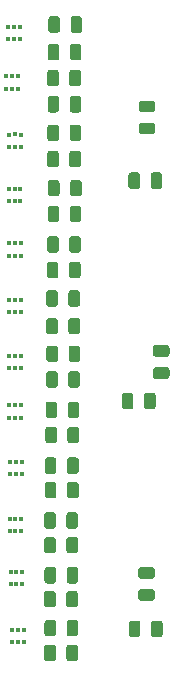
<source format=gbr>
G04 #@! TF.GenerationSoftware,KiCad,Pcbnew,(5.1.5)-3*
G04 #@! TF.CreationDate,2020-12-11T17:42:00+02:00*
G04 #@! TF.ProjectId,Led_matrica,4c65645f-6d61-4747-9269-63612e6b6963,rev?*
G04 #@! TF.SameCoordinates,Original*
G04 #@! TF.FileFunction,Paste,Bot*
G04 #@! TF.FilePolarity,Positive*
%FSLAX46Y46*%
G04 Gerber Fmt 4.6, Leading zero omitted, Abs format (unit mm)*
G04 Created by KiCad (PCBNEW (5.1.5)-3) date 2020-12-11 17:42:00*
%MOMM*%
%LPD*%
G04 APERTURE LIST*
%ADD10C,0.100000*%
%ADD11R,0.300000X0.350000*%
G04 APERTURE END LIST*
D10*
G36*
X243230142Y-64601174D02*
G01*
X243253803Y-64604684D01*
X243277007Y-64610496D01*
X243299529Y-64618554D01*
X243321153Y-64628782D01*
X243341670Y-64641079D01*
X243360883Y-64655329D01*
X243378607Y-64671393D01*
X243394671Y-64689117D01*
X243408921Y-64708330D01*
X243421218Y-64728847D01*
X243431446Y-64750471D01*
X243439504Y-64772993D01*
X243445316Y-64796197D01*
X243448826Y-64819858D01*
X243450000Y-64843750D01*
X243450000Y-65756250D01*
X243448826Y-65780142D01*
X243445316Y-65803803D01*
X243439504Y-65827007D01*
X243431446Y-65849529D01*
X243421218Y-65871153D01*
X243408921Y-65891670D01*
X243394671Y-65910883D01*
X243378607Y-65928607D01*
X243360883Y-65944671D01*
X243341670Y-65958921D01*
X243321153Y-65971218D01*
X243299529Y-65981446D01*
X243277007Y-65989504D01*
X243253803Y-65995316D01*
X243230142Y-65998826D01*
X243206250Y-66000000D01*
X242718750Y-66000000D01*
X242694858Y-65998826D01*
X242671197Y-65995316D01*
X242647993Y-65989504D01*
X242625471Y-65981446D01*
X242603847Y-65971218D01*
X242583330Y-65958921D01*
X242564117Y-65944671D01*
X242546393Y-65928607D01*
X242530329Y-65910883D01*
X242516079Y-65891670D01*
X242503782Y-65871153D01*
X242493554Y-65849529D01*
X242485496Y-65827007D01*
X242479684Y-65803803D01*
X242476174Y-65780142D01*
X242475000Y-65756250D01*
X242475000Y-64843750D01*
X242476174Y-64819858D01*
X242479684Y-64796197D01*
X242485496Y-64772993D01*
X242493554Y-64750471D01*
X242503782Y-64728847D01*
X242516079Y-64708330D01*
X242530329Y-64689117D01*
X242546393Y-64671393D01*
X242564117Y-64655329D01*
X242583330Y-64641079D01*
X242603847Y-64628782D01*
X242625471Y-64618554D01*
X242647993Y-64610496D01*
X242671197Y-64604684D01*
X242694858Y-64601174D01*
X242718750Y-64600000D01*
X243206250Y-64600000D01*
X243230142Y-64601174D01*
G37*
G36*
X245105142Y-64601174D02*
G01*
X245128803Y-64604684D01*
X245152007Y-64610496D01*
X245174529Y-64618554D01*
X245196153Y-64628782D01*
X245216670Y-64641079D01*
X245235883Y-64655329D01*
X245253607Y-64671393D01*
X245269671Y-64689117D01*
X245283921Y-64708330D01*
X245296218Y-64728847D01*
X245306446Y-64750471D01*
X245314504Y-64772993D01*
X245320316Y-64796197D01*
X245323826Y-64819858D01*
X245325000Y-64843750D01*
X245325000Y-65756250D01*
X245323826Y-65780142D01*
X245320316Y-65803803D01*
X245314504Y-65827007D01*
X245306446Y-65849529D01*
X245296218Y-65871153D01*
X245283921Y-65891670D01*
X245269671Y-65910883D01*
X245253607Y-65928607D01*
X245235883Y-65944671D01*
X245216670Y-65958921D01*
X245196153Y-65971218D01*
X245174529Y-65981446D01*
X245152007Y-65989504D01*
X245128803Y-65995316D01*
X245105142Y-65998826D01*
X245081250Y-66000000D01*
X244593750Y-66000000D01*
X244569858Y-65998826D01*
X244546197Y-65995316D01*
X244522993Y-65989504D01*
X244500471Y-65981446D01*
X244478847Y-65971218D01*
X244458330Y-65958921D01*
X244439117Y-65944671D01*
X244421393Y-65928607D01*
X244405329Y-65910883D01*
X244391079Y-65891670D01*
X244378782Y-65871153D01*
X244368554Y-65849529D01*
X244360496Y-65827007D01*
X244354684Y-65803803D01*
X244351174Y-65780142D01*
X244350000Y-65756250D01*
X244350000Y-64843750D01*
X244351174Y-64819858D01*
X244354684Y-64796197D01*
X244360496Y-64772993D01*
X244368554Y-64750471D01*
X244378782Y-64728847D01*
X244391079Y-64708330D01*
X244405329Y-64689117D01*
X244421393Y-64671393D01*
X244439117Y-64655329D01*
X244458330Y-64641079D01*
X244478847Y-64628782D01*
X244500471Y-64618554D01*
X244522993Y-64610496D01*
X244546197Y-64604684D01*
X244569858Y-64601174D01*
X244593750Y-64600000D01*
X245081250Y-64600000D01*
X245105142Y-64601174D01*
G37*
G36*
X245080142Y-39876174D02*
G01*
X245103803Y-39879684D01*
X245127007Y-39885496D01*
X245149529Y-39893554D01*
X245171153Y-39903782D01*
X245191670Y-39916079D01*
X245210883Y-39930329D01*
X245228607Y-39946393D01*
X245244671Y-39964117D01*
X245258921Y-39983330D01*
X245271218Y-40003847D01*
X245281446Y-40025471D01*
X245289504Y-40047993D01*
X245295316Y-40071197D01*
X245298826Y-40094858D01*
X245300000Y-40118750D01*
X245300000Y-40606250D01*
X245298826Y-40630142D01*
X245295316Y-40653803D01*
X245289504Y-40677007D01*
X245281446Y-40699529D01*
X245271218Y-40721153D01*
X245258921Y-40741670D01*
X245244671Y-40760883D01*
X245228607Y-40778607D01*
X245210883Y-40794671D01*
X245191670Y-40808921D01*
X245171153Y-40821218D01*
X245149529Y-40831446D01*
X245127007Y-40839504D01*
X245103803Y-40845316D01*
X245080142Y-40848826D01*
X245056250Y-40850000D01*
X244143750Y-40850000D01*
X244119858Y-40848826D01*
X244096197Y-40845316D01*
X244072993Y-40839504D01*
X244050471Y-40831446D01*
X244028847Y-40821218D01*
X244008330Y-40808921D01*
X243989117Y-40794671D01*
X243971393Y-40778607D01*
X243955329Y-40760883D01*
X243941079Y-40741670D01*
X243928782Y-40721153D01*
X243918554Y-40699529D01*
X243910496Y-40677007D01*
X243904684Y-40653803D01*
X243901174Y-40630142D01*
X243900000Y-40606250D01*
X243900000Y-40118750D01*
X243901174Y-40094858D01*
X243904684Y-40071197D01*
X243910496Y-40047993D01*
X243918554Y-40025471D01*
X243928782Y-40003847D01*
X243941079Y-39983330D01*
X243955329Y-39964117D01*
X243971393Y-39946393D01*
X243989117Y-39930329D01*
X244008330Y-39916079D01*
X244028847Y-39903782D01*
X244050471Y-39893554D01*
X244072993Y-39885496D01*
X244096197Y-39879684D01*
X244119858Y-39876174D01*
X244143750Y-39875000D01*
X245056250Y-39875000D01*
X245080142Y-39876174D01*
G37*
G36*
X245080142Y-41751174D02*
G01*
X245103803Y-41754684D01*
X245127007Y-41760496D01*
X245149529Y-41768554D01*
X245171153Y-41778782D01*
X245191670Y-41791079D01*
X245210883Y-41805329D01*
X245228607Y-41821393D01*
X245244671Y-41839117D01*
X245258921Y-41858330D01*
X245271218Y-41878847D01*
X245281446Y-41900471D01*
X245289504Y-41922993D01*
X245295316Y-41946197D01*
X245298826Y-41969858D01*
X245300000Y-41993750D01*
X245300000Y-42481250D01*
X245298826Y-42505142D01*
X245295316Y-42528803D01*
X245289504Y-42552007D01*
X245281446Y-42574529D01*
X245271218Y-42596153D01*
X245258921Y-42616670D01*
X245244671Y-42635883D01*
X245228607Y-42653607D01*
X245210883Y-42669671D01*
X245191670Y-42683921D01*
X245171153Y-42696218D01*
X245149529Y-42706446D01*
X245127007Y-42714504D01*
X245103803Y-42720316D01*
X245080142Y-42723826D01*
X245056250Y-42725000D01*
X244143750Y-42725000D01*
X244119858Y-42723826D01*
X244096197Y-42720316D01*
X244072993Y-42714504D01*
X244050471Y-42706446D01*
X244028847Y-42696218D01*
X244008330Y-42683921D01*
X243989117Y-42669671D01*
X243971393Y-42653607D01*
X243955329Y-42635883D01*
X243941079Y-42616670D01*
X243928782Y-42596153D01*
X243918554Y-42574529D01*
X243910496Y-42552007D01*
X243904684Y-42528803D01*
X243901174Y-42505142D01*
X243900000Y-42481250D01*
X243900000Y-41993750D01*
X243901174Y-41969858D01*
X243904684Y-41946197D01*
X243910496Y-41922993D01*
X243918554Y-41900471D01*
X243928782Y-41878847D01*
X243941079Y-41858330D01*
X243955329Y-41839117D01*
X243971393Y-41821393D01*
X243989117Y-41805329D01*
X244008330Y-41791079D01*
X244028847Y-41778782D01*
X244050471Y-41768554D01*
X244072993Y-41760496D01*
X244096197Y-41754684D01*
X244119858Y-41751174D01*
X244143750Y-41750000D01*
X245056250Y-41750000D01*
X245080142Y-41751174D01*
G37*
G36*
X246280142Y-60576174D02*
G01*
X246303803Y-60579684D01*
X246327007Y-60585496D01*
X246349529Y-60593554D01*
X246371153Y-60603782D01*
X246391670Y-60616079D01*
X246410883Y-60630329D01*
X246428607Y-60646393D01*
X246444671Y-60664117D01*
X246458921Y-60683330D01*
X246471218Y-60703847D01*
X246481446Y-60725471D01*
X246489504Y-60747993D01*
X246495316Y-60771197D01*
X246498826Y-60794858D01*
X246500000Y-60818750D01*
X246500000Y-61306250D01*
X246498826Y-61330142D01*
X246495316Y-61353803D01*
X246489504Y-61377007D01*
X246481446Y-61399529D01*
X246471218Y-61421153D01*
X246458921Y-61441670D01*
X246444671Y-61460883D01*
X246428607Y-61478607D01*
X246410883Y-61494671D01*
X246391670Y-61508921D01*
X246371153Y-61521218D01*
X246349529Y-61531446D01*
X246327007Y-61539504D01*
X246303803Y-61545316D01*
X246280142Y-61548826D01*
X246256250Y-61550000D01*
X245343750Y-61550000D01*
X245319858Y-61548826D01*
X245296197Y-61545316D01*
X245272993Y-61539504D01*
X245250471Y-61531446D01*
X245228847Y-61521218D01*
X245208330Y-61508921D01*
X245189117Y-61494671D01*
X245171393Y-61478607D01*
X245155329Y-61460883D01*
X245141079Y-61441670D01*
X245128782Y-61421153D01*
X245118554Y-61399529D01*
X245110496Y-61377007D01*
X245104684Y-61353803D01*
X245101174Y-61330142D01*
X245100000Y-61306250D01*
X245100000Y-60818750D01*
X245101174Y-60794858D01*
X245104684Y-60771197D01*
X245110496Y-60747993D01*
X245118554Y-60725471D01*
X245128782Y-60703847D01*
X245141079Y-60683330D01*
X245155329Y-60664117D01*
X245171393Y-60646393D01*
X245189117Y-60630329D01*
X245208330Y-60616079D01*
X245228847Y-60603782D01*
X245250471Y-60593554D01*
X245272993Y-60585496D01*
X245296197Y-60579684D01*
X245319858Y-60576174D01*
X245343750Y-60575000D01*
X246256250Y-60575000D01*
X246280142Y-60576174D01*
G37*
G36*
X246280142Y-62451174D02*
G01*
X246303803Y-62454684D01*
X246327007Y-62460496D01*
X246349529Y-62468554D01*
X246371153Y-62478782D01*
X246391670Y-62491079D01*
X246410883Y-62505329D01*
X246428607Y-62521393D01*
X246444671Y-62539117D01*
X246458921Y-62558330D01*
X246471218Y-62578847D01*
X246481446Y-62600471D01*
X246489504Y-62622993D01*
X246495316Y-62646197D01*
X246498826Y-62669858D01*
X246500000Y-62693750D01*
X246500000Y-63181250D01*
X246498826Y-63205142D01*
X246495316Y-63228803D01*
X246489504Y-63252007D01*
X246481446Y-63274529D01*
X246471218Y-63296153D01*
X246458921Y-63316670D01*
X246444671Y-63335883D01*
X246428607Y-63353607D01*
X246410883Y-63369671D01*
X246391670Y-63383921D01*
X246371153Y-63396218D01*
X246349529Y-63406446D01*
X246327007Y-63414504D01*
X246303803Y-63420316D01*
X246280142Y-63423826D01*
X246256250Y-63425000D01*
X245343750Y-63425000D01*
X245319858Y-63423826D01*
X245296197Y-63420316D01*
X245272993Y-63414504D01*
X245250471Y-63406446D01*
X245228847Y-63396218D01*
X245208330Y-63383921D01*
X245189117Y-63369671D01*
X245171393Y-63353607D01*
X245155329Y-63335883D01*
X245141079Y-63316670D01*
X245128782Y-63296153D01*
X245118554Y-63274529D01*
X245110496Y-63252007D01*
X245104684Y-63228803D01*
X245101174Y-63205142D01*
X245100000Y-63181250D01*
X245100000Y-62693750D01*
X245101174Y-62669858D01*
X245104684Y-62646197D01*
X245110496Y-62622993D01*
X245118554Y-62600471D01*
X245128782Y-62578847D01*
X245141079Y-62558330D01*
X245155329Y-62539117D01*
X245171393Y-62521393D01*
X245189117Y-62505329D01*
X245208330Y-62491079D01*
X245228847Y-62478782D01*
X245250471Y-62468554D01*
X245272993Y-62460496D01*
X245296197Y-62454684D01*
X245319858Y-62451174D01*
X245343750Y-62450000D01*
X246256250Y-62450000D01*
X246280142Y-62451174D01*
G37*
G36*
X245030142Y-79376174D02*
G01*
X245053803Y-79379684D01*
X245077007Y-79385496D01*
X245099529Y-79393554D01*
X245121153Y-79403782D01*
X245141670Y-79416079D01*
X245160883Y-79430329D01*
X245178607Y-79446393D01*
X245194671Y-79464117D01*
X245208921Y-79483330D01*
X245221218Y-79503847D01*
X245231446Y-79525471D01*
X245239504Y-79547993D01*
X245245316Y-79571197D01*
X245248826Y-79594858D01*
X245250000Y-79618750D01*
X245250000Y-80106250D01*
X245248826Y-80130142D01*
X245245316Y-80153803D01*
X245239504Y-80177007D01*
X245231446Y-80199529D01*
X245221218Y-80221153D01*
X245208921Y-80241670D01*
X245194671Y-80260883D01*
X245178607Y-80278607D01*
X245160883Y-80294671D01*
X245141670Y-80308921D01*
X245121153Y-80321218D01*
X245099529Y-80331446D01*
X245077007Y-80339504D01*
X245053803Y-80345316D01*
X245030142Y-80348826D01*
X245006250Y-80350000D01*
X244093750Y-80350000D01*
X244069858Y-80348826D01*
X244046197Y-80345316D01*
X244022993Y-80339504D01*
X244000471Y-80331446D01*
X243978847Y-80321218D01*
X243958330Y-80308921D01*
X243939117Y-80294671D01*
X243921393Y-80278607D01*
X243905329Y-80260883D01*
X243891079Y-80241670D01*
X243878782Y-80221153D01*
X243868554Y-80199529D01*
X243860496Y-80177007D01*
X243854684Y-80153803D01*
X243851174Y-80130142D01*
X243850000Y-80106250D01*
X243850000Y-79618750D01*
X243851174Y-79594858D01*
X243854684Y-79571197D01*
X243860496Y-79547993D01*
X243868554Y-79525471D01*
X243878782Y-79503847D01*
X243891079Y-79483330D01*
X243905329Y-79464117D01*
X243921393Y-79446393D01*
X243939117Y-79430329D01*
X243958330Y-79416079D01*
X243978847Y-79403782D01*
X244000471Y-79393554D01*
X244022993Y-79385496D01*
X244046197Y-79379684D01*
X244069858Y-79376174D01*
X244093750Y-79375000D01*
X245006250Y-79375000D01*
X245030142Y-79376174D01*
G37*
G36*
X245030142Y-81251174D02*
G01*
X245053803Y-81254684D01*
X245077007Y-81260496D01*
X245099529Y-81268554D01*
X245121153Y-81278782D01*
X245141670Y-81291079D01*
X245160883Y-81305329D01*
X245178607Y-81321393D01*
X245194671Y-81339117D01*
X245208921Y-81358330D01*
X245221218Y-81378847D01*
X245231446Y-81400471D01*
X245239504Y-81422993D01*
X245245316Y-81446197D01*
X245248826Y-81469858D01*
X245250000Y-81493750D01*
X245250000Y-81981250D01*
X245248826Y-82005142D01*
X245245316Y-82028803D01*
X245239504Y-82052007D01*
X245231446Y-82074529D01*
X245221218Y-82096153D01*
X245208921Y-82116670D01*
X245194671Y-82135883D01*
X245178607Y-82153607D01*
X245160883Y-82169671D01*
X245141670Y-82183921D01*
X245121153Y-82196218D01*
X245099529Y-82206446D01*
X245077007Y-82214504D01*
X245053803Y-82220316D01*
X245030142Y-82223826D01*
X245006250Y-82225000D01*
X244093750Y-82225000D01*
X244069858Y-82223826D01*
X244046197Y-82220316D01*
X244022993Y-82214504D01*
X244000471Y-82206446D01*
X243978847Y-82196218D01*
X243958330Y-82183921D01*
X243939117Y-82169671D01*
X243921393Y-82153607D01*
X243905329Y-82135883D01*
X243891079Y-82116670D01*
X243878782Y-82096153D01*
X243868554Y-82074529D01*
X243860496Y-82052007D01*
X243854684Y-82028803D01*
X243851174Y-82005142D01*
X243850000Y-81981250D01*
X243850000Y-81493750D01*
X243851174Y-81469858D01*
X243854684Y-81446197D01*
X243860496Y-81422993D01*
X243868554Y-81400471D01*
X243878782Y-81378847D01*
X243891079Y-81358330D01*
X243905329Y-81339117D01*
X243921393Y-81321393D01*
X243939117Y-81305329D01*
X243958330Y-81291079D01*
X243978847Y-81278782D01*
X244000471Y-81268554D01*
X244022993Y-81260496D01*
X244046197Y-81254684D01*
X244069858Y-81251174D01*
X244093750Y-81250000D01*
X245006250Y-81250000D01*
X245030142Y-81251174D01*
G37*
G36*
X237000142Y-32731174D02*
G01*
X237023803Y-32734684D01*
X237047007Y-32740496D01*
X237069529Y-32748554D01*
X237091153Y-32758782D01*
X237111670Y-32771079D01*
X237130883Y-32785329D01*
X237148607Y-32801393D01*
X237164671Y-32819117D01*
X237178921Y-32838330D01*
X237191218Y-32858847D01*
X237201446Y-32880471D01*
X237209504Y-32902993D01*
X237215316Y-32926197D01*
X237218826Y-32949858D01*
X237220000Y-32973750D01*
X237220000Y-33886250D01*
X237218826Y-33910142D01*
X237215316Y-33933803D01*
X237209504Y-33957007D01*
X237201446Y-33979529D01*
X237191218Y-34001153D01*
X237178921Y-34021670D01*
X237164671Y-34040883D01*
X237148607Y-34058607D01*
X237130883Y-34074671D01*
X237111670Y-34088921D01*
X237091153Y-34101218D01*
X237069529Y-34111446D01*
X237047007Y-34119504D01*
X237023803Y-34125316D01*
X237000142Y-34128826D01*
X236976250Y-34130000D01*
X236488750Y-34130000D01*
X236464858Y-34128826D01*
X236441197Y-34125316D01*
X236417993Y-34119504D01*
X236395471Y-34111446D01*
X236373847Y-34101218D01*
X236353330Y-34088921D01*
X236334117Y-34074671D01*
X236316393Y-34058607D01*
X236300329Y-34040883D01*
X236286079Y-34021670D01*
X236273782Y-34001153D01*
X236263554Y-33979529D01*
X236255496Y-33957007D01*
X236249684Y-33933803D01*
X236246174Y-33910142D01*
X236245000Y-33886250D01*
X236245000Y-32973750D01*
X236246174Y-32949858D01*
X236249684Y-32926197D01*
X236255496Y-32902993D01*
X236263554Y-32880471D01*
X236273782Y-32858847D01*
X236286079Y-32838330D01*
X236300329Y-32819117D01*
X236316393Y-32801393D01*
X236334117Y-32785329D01*
X236353330Y-32771079D01*
X236373847Y-32758782D01*
X236395471Y-32748554D01*
X236417993Y-32740496D01*
X236441197Y-32734684D01*
X236464858Y-32731174D01*
X236488750Y-32730000D01*
X236976250Y-32730000D01*
X237000142Y-32731174D01*
G37*
G36*
X238875142Y-32731174D02*
G01*
X238898803Y-32734684D01*
X238922007Y-32740496D01*
X238944529Y-32748554D01*
X238966153Y-32758782D01*
X238986670Y-32771079D01*
X239005883Y-32785329D01*
X239023607Y-32801393D01*
X239039671Y-32819117D01*
X239053921Y-32838330D01*
X239066218Y-32858847D01*
X239076446Y-32880471D01*
X239084504Y-32902993D01*
X239090316Y-32926197D01*
X239093826Y-32949858D01*
X239095000Y-32973750D01*
X239095000Y-33886250D01*
X239093826Y-33910142D01*
X239090316Y-33933803D01*
X239084504Y-33957007D01*
X239076446Y-33979529D01*
X239066218Y-34001153D01*
X239053921Y-34021670D01*
X239039671Y-34040883D01*
X239023607Y-34058607D01*
X239005883Y-34074671D01*
X238986670Y-34088921D01*
X238966153Y-34101218D01*
X238944529Y-34111446D01*
X238922007Y-34119504D01*
X238898803Y-34125316D01*
X238875142Y-34128826D01*
X238851250Y-34130000D01*
X238363750Y-34130000D01*
X238339858Y-34128826D01*
X238316197Y-34125316D01*
X238292993Y-34119504D01*
X238270471Y-34111446D01*
X238248847Y-34101218D01*
X238228330Y-34088921D01*
X238209117Y-34074671D01*
X238191393Y-34058607D01*
X238175329Y-34040883D01*
X238161079Y-34021670D01*
X238148782Y-34001153D01*
X238138554Y-33979529D01*
X238130496Y-33957007D01*
X238124684Y-33933803D01*
X238121174Y-33910142D01*
X238120000Y-33886250D01*
X238120000Y-32973750D01*
X238121174Y-32949858D01*
X238124684Y-32926197D01*
X238130496Y-32902993D01*
X238138554Y-32880471D01*
X238148782Y-32858847D01*
X238161079Y-32838330D01*
X238175329Y-32819117D01*
X238191393Y-32801393D01*
X238209117Y-32785329D01*
X238228330Y-32771079D01*
X238248847Y-32758782D01*
X238270471Y-32748554D01*
X238292993Y-32740496D01*
X238316197Y-32734684D01*
X238339858Y-32731174D01*
X238363750Y-32730000D01*
X238851250Y-32730000D01*
X238875142Y-32731174D01*
G37*
G36*
X238825142Y-35071174D02*
G01*
X238848803Y-35074684D01*
X238872007Y-35080496D01*
X238894529Y-35088554D01*
X238916153Y-35098782D01*
X238936670Y-35111079D01*
X238955883Y-35125329D01*
X238973607Y-35141393D01*
X238989671Y-35159117D01*
X239003921Y-35178330D01*
X239016218Y-35198847D01*
X239026446Y-35220471D01*
X239034504Y-35242993D01*
X239040316Y-35266197D01*
X239043826Y-35289858D01*
X239045000Y-35313750D01*
X239045000Y-36226250D01*
X239043826Y-36250142D01*
X239040316Y-36273803D01*
X239034504Y-36297007D01*
X239026446Y-36319529D01*
X239016218Y-36341153D01*
X239003921Y-36361670D01*
X238989671Y-36380883D01*
X238973607Y-36398607D01*
X238955883Y-36414671D01*
X238936670Y-36428921D01*
X238916153Y-36441218D01*
X238894529Y-36451446D01*
X238872007Y-36459504D01*
X238848803Y-36465316D01*
X238825142Y-36468826D01*
X238801250Y-36470000D01*
X238313750Y-36470000D01*
X238289858Y-36468826D01*
X238266197Y-36465316D01*
X238242993Y-36459504D01*
X238220471Y-36451446D01*
X238198847Y-36441218D01*
X238178330Y-36428921D01*
X238159117Y-36414671D01*
X238141393Y-36398607D01*
X238125329Y-36380883D01*
X238111079Y-36361670D01*
X238098782Y-36341153D01*
X238088554Y-36319529D01*
X238080496Y-36297007D01*
X238074684Y-36273803D01*
X238071174Y-36250142D01*
X238070000Y-36226250D01*
X238070000Y-35313750D01*
X238071174Y-35289858D01*
X238074684Y-35266197D01*
X238080496Y-35242993D01*
X238088554Y-35220471D01*
X238098782Y-35198847D01*
X238111079Y-35178330D01*
X238125329Y-35159117D01*
X238141393Y-35141393D01*
X238159117Y-35125329D01*
X238178330Y-35111079D01*
X238198847Y-35098782D01*
X238220471Y-35088554D01*
X238242993Y-35080496D01*
X238266197Y-35074684D01*
X238289858Y-35071174D01*
X238313750Y-35070000D01*
X238801250Y-35070000D01*
X238825142Y-35071174D01*
G37*
G36*
X236950142Y-35071174D02*
G01*
X236973803Y-35074684D01*
X236997007Y-35080496D01*
X237019529Y-35088554D01*
X237041153Y-35098782D01*
X237061670Y-35111079D01*
X237080883Y-35125329D01*
X237098607Y-35141393D01*
X237114671Y-35159117D01*
X237128921Y-35178330D01*
X237141218Y-35198847D01*
X237151446Y-35220471D01*
X237159504Y-35242993D01*
X237165316Y-35266197D01*
X237168826Y-35289858D01*
X237170000Y-35313750D01*
X237170000Y-36226250D01*
X237168826Y-36250142D01*
X237165316Y-36273803D01*
X237159504Y-36297007D01*
X237151446Y-36319529D01*
X237141218Y-36341153D01*
X237128921Y-36361670D01*
X237114671Y-36380883D01*
X237098607Y-36398607D01*
X237080883Y-36414671D01*
X237061670Y-36428921D01*
X237041153Y-36441218D01*
X237019529Y-36451446D01*
X236997007Y-36459504D01*
X236973803Y-36465316D01*
X236950142Y-36468826D01*
X236926250Y-36470000D01*
X236438750Y-36470000D01*
X236414858Y-36468826D01*
X236391197Y-36465316D01*
X236367993Y-36459504D01*
X236345471Y-36451446D01*
X236323847Y-36441218D01*
X236303330Y-36428921D01*
X236284117Y-36414671D01*
X236266393Y-36398607D01*
X236250329Y-36380883D01*
X236236079Y-36361670D01*
X236223782Y-36341153D01*
X236213554Y-36319529D01*
X236205496Y-36297007D01*
X236199684Y-36273803D01*
X236196174Y-36250142D01*
X236195000Y-36226250D01*
X236195000Y-35313750D01*
X236196174Y-35289858D01*
X236199684Y-35266197D01*
X236205496Y-35242993D01*
X236213554Y-35220471D01*
X236223782Y-35198847D01*
X236236079Y-35178330D01*
X236250329Y-35159117D01*
X236266393Y-35141393D01*
X236284117Y-35125329D01*
X236303330Y-35111079D01*
X236323847Y-35098782D01*
X236345471Y-35088554D01*
X236367993Y-35080496D01*
X236391197Y-35074684D01*
X236414858Y-35071174D01*
X236438750Y-35070000D01*
X236926250Y-35070000D01*
X236950142Y-35071174D01*
G37*
G36*
X236900142Y-37261174D02*
G01*
X236923803Y-37264684D01*
X236947007Y-37270496D01*
X236969529Y-37278554D01*
X236991153Y-37288782D01*
X237011670Y-37301079D01*
X237030883Y-37315329D01*
X237048607Y-37331393D01*
X237064671Y-37349117D01*
X237078921Y-37368330D01*
X237091218Y-37388847D01*
X237101446Y-37410471D01*
X237109504Y-37432993D01*
X237115316Y-37456197D01*
X237118826Y-37479858D01*
X237120000Y-37503750D01*
X237120000Y-38416250D01*
X237118826Y-38440142D01*
X237115316Y-38463803D01*
X237109504Y-38487007D01*
X237101446Y-38509529D01*
X237091218Y-38531153D01*
X237078921Y-38551670D01*
X237064671Y-38570883D01*
X237048607Y-38588607D01*
X237030883Y-38604671D01*
X237011670Y-38618921D01*
X236991153Y-38631218D01*
X236969529Y-38641446D01*
X236947007Y-38649504D01*
X236923803Y-38655316D01*
X236900142Y-38658826D01*
X236876250Y-38660000D01*
X236388750Y-38660000D01*
X236364858Y-38658826D01*
X236341197Y-38655316D01*
X236317993Y-38649504D01*
X236295471Y-38641446D01*
X236273847Y-38631218D01*
X236253330Y-38618921D01*
X236234117Y-38604671D01*
X236216393Y-38588607D01*
X236200329Y-38570883D01*
X236186079Y-38551670D01*
X236173782Y-38531153D01*
X236163554Y-38509529D01*
X236155496Y-38487007D01*
X236149684Y-38463803D01*
X236146174Y-38440142D01*
X236145000Y-38416250D01*
X236145000Y-37503750D01*
X236146174Y-37479858D01*
X236149684Y-37456197D01*
X236155496Y-37432993D01*
X236163554Y-37410471D01*
X236173782Y-37388847D01*
X236186079Y-37368330D01*
X236200329Y-37349117D01*
X236216393Y-37331393D01*
X236234117Y-37315329D01*
X236253330Y-37301079D01*
X236273847Y-37288782D01*
X236295471Y-37278554D01*
X236317993Y-37270496D01*
X236341197Y-37264684D01*
X236364858Y-37261174D01*
X236388750Y-37260000D01*
X236876250Y-37260000D01*
X236900142Y-37261174D01*
G37*
G36*
X238775142Y-37261174D02*
G01*
X238798803Y-37264684D01*
X238822007Y-37270496D01*
X238844529Y-37278554D01*
X238866153Y-37288782D01*
X238886670Y-37301079D01*
X238905883Y-37315329D01*
X238923607Y-37331393D01*
X238939671Y-37349117D01*
X238953921Y-37368330D01*
X238966218Y-37388847D01*
X238976446Y-37410471D01*
X238984504Y-37432993D01*
X238990316Y-37456197D01*
X238993826Y-37479858D01*
X238995000Y-37503750D01*
X238995000Y-38416250D01*
X238993826Y-38440142D01*
X238990316Y-38463803D01*
X238984504Y-38487007D01*
X238976446Y-38509529D01*
X238966218Y-38531153D01*
X238953921Y-38551670D01*
X238939671Y-38570883D01*
X238923607Y-38588607D01*
X238905883Y-38604671D01*
X238886670Y-38618921D01*
X238866153Y-38631218D01*
X238844529Y-38641446D01*
X238822007Y-38649504D01*
X238798803Y-38655316D01*
X238775142Y-38658826D01*
X238751250Y-38660000D01*
X238263750Y-38660000D01*
X238239858Y-38658826D01*
X238216197Y-38655316D01*
X238192993Y-38649504D01*
X238170471Y-38641446D01*
X238148847Y-38631218D01*
X238128330Y-38618921D01*
X238109117Y-38604671D01*
X238091393Y-38588607D01*
X238075329Y-38570883D01*
X238061079Y-38551670D01*
X238048782Y-38531153D01*
X238038554Y-38509529D01*
X238030496Y-38487007D01*
X238024684Y-38463803D01*
X238021174Y-38440142D01*
X238020000Y-38416250D01*
X238020000Y-37503750D01*
X238021174Y-37479858D01*
X238024684Y-37456197D01*
X238030496Y-37432993D01*
X238038554Y-37410471D01*
X238048782Y-37388847D01*
X238061079Y-37368330D01*
X238075329Y-37349117D01*
X238091393Y-37331393D01*
X238109117Y-37315329D01*
X238128330Y-37301079D01*
X238148847Y-37288782D01*
X238170471Y-37278554D01*
X238192993Y-37270496D01*
X238216197Y-37264684D01*
X238239858Y-37261174D01*
X238263750Y-37260000D01*
X238751250Y-37260000D01*
X238775142Y-37261174D01*
G37*
G36*
X238805142Y-39481174D02*
G01*
X238828803Y-39484684D01*
X238852007Y-39490496D01*
X238874529Y-39498554D01*
X238896153Y-39508782D01*
X238916670Y-39521079D01*
X238935883Y-39535329D01*
X238953607Y-39551393D01*
X238969671Y-39569117D01*
X238983921Y-39588330D01*
X238996218Y-39608847D01*
X239006446Y-39630471D01*
X239014504Y-39652993D01*
X239020316Y-39676197D01*
X239023826Y-39699858D01*
X239025000Y-39723750D01*
X239025000Y-40636250D01*
X239023826Y-40660142D01*
X239020316Y-40683803D01*
X239014504Y-40707007D01*
X239006446Y-40729529D01*
X238996218Y-40751153D01*
X238983921Y-40771670D01*
X238969671Y-40790883D01*
X238953607Y-40808607D01*
X238935883Y-40824671D01*
X238916670Y-40838921D01*
X238896153Y-40851218D01*
X238874529Y-40861446D01*
X238852007Y-40869504D01*
X238828803Y-40875316D01*
X238805142Y-40878826D01*
X238781250Y-40880000D01*
X238293750Y-40880000D01*
X238269858Y-40878826D01*
X238246197Y-40875316D01*
X238222993Y-40869504D01*
X238200471Y-40861446D01*
X238178847Y-40851218D01*
X238158330Y-40838921D01*
X238139117Y-40824671D01*
X238121393Y-40808607D01*
X238105329Y-40790883D01*
X238091079Y-40771670D01*
X238078782Y-40751153D01*
X238068554Y-40729529D01*
X238060496Y-40707007D01*
X238054684Y-40683803D01*
X238051174Y-40660142D01*
X238050000Y-40636250D01*
X238050000Y-39723750D01*
X238051174Y-39699858D01*
X238054684Y-39676197D01*
X238060496Y-39652993D01*
X238068554Y-39630471D01*
X238078782Y-39608847D01*
X238091079Y-39588330D01*
X238105329Y-39569117D01*
X238121393Y-39551393D01*
X238139117Y-39535329D01*
X238158330Y-39521079D01*
X238178847Y-39508782D01*
X238200471Y-39498554D01*
X238222993Y-39490496D01*
X238246197Y-39484684D01*
X238269858Y-39481174D01*
X238293750Y-39480000D01*
X238781250Y-39480000D01*
X238805142Y-39481174D01*
G37*
G36*
X236930142Y-39481174D02*
G01*
X236953803Y-39484684D01*
X236977007Y-39490496D01*
X236999529Y-39498554D01*
X237021153Y-39508782D01*
X237041670Y-39521079D01*
X237060883Y-39535329D01*
X237078607Y-39551393D01*
X237094671Y-39569117D01*
X237108921Y-39588330D01*
X237121218Y-39608847D01*
X237131446Y-39630471D01*
X237139504Y-39652993D01*
X237145316Y-39676197D01*
X237148826Y-39699858D01*
X237150000Y-39723750D01*
X237150000Y-40636250D01*
X237148826Y-40660142D01*
X237145316Y-40683803D01*
X237139504Y-40707007D01*
X237131446Y-40729529D01*
X237121218Y-40751153D01*
X237108921Y-40771670D01*
X237094671Y-40790883D01*
X237078607Y-40808607D01*
X237060883Y-40824671D01*
X237041670Y-40838921D01*
X237021153Y-40851218D01*
X236999529Y-40861446D01*
X236977007Y-40869504D01*
X236953803Y-40875316D01*
X236930142Y-40878826D01*
X236906250Y-40880000D01*
X236418750Y-40880000D01*
X236394858Y-40878826D01*
X236371197Y-40875316D01*
X236347993Y-40869504D01*
X236325471Y-40861446D01*
X236303847Y-40851218D01*
X236283330Y-40838921D01*
X236264117Y-40824671D01*
X236246393Y-40808607D01*
X236230329Y-40790883D01*
X236216079Y-40771670D01*
X236203782Y-40751153D01*
X236193554Y-40729529D01*
X236185496Y-40707007D01*
X236179684Y-40683803D01*
X236176174Y-40660142D01*
X236175000Y-40636250D01*
X236175000Y-39723750D01*
X236176174Y-39699858D01*
X236179684Y-39676197D01*
X236185496Y-39652993D01*
X236193554Y-39630471D01*
X236203782Y-39608847D01*
X236216079Y-39588330D01*
X236230329Y-39569117D01*
X236246393Y-39551393D01*
X236264117Y-39535329D01*
X236283330Y-39521079D01*
X236303847Y-39508782D01*
X236325471Y-39498554D01*
X236347993Y-39490496D01*
X236371197Y-39484684D01*
X236394858Y-39481174D01*
X236418750Y-39480000D01*
X236906250Y-39480000D01*
X236930142Y-39481174D01*
G37*
G36*
X236920142Y-41901174D02*
G01*
X236943803Y-41904684D01*
X236967007Y-41910496D01*
X236989529Y-41918554D01*
X237011153Y-41928782D01*
X237031670Y-41941079D01*
X237050883Y-41955329D01*
X237068607Y-41971393D01*
X237084671Y-41989117D01*
X237098921Y-42008330D01*
X237111218Y-42028847D01*
X237121446Y-42050471D01*
X237129504Y-42072993D01*
X237135316Y-42096197D01*
X237138826Y-42119858D01*
X237140000Y-42143750D01*
X237140000Y-43056250D01*
X237138826Y-43080142D01*
X237135316Y-43103803D01*
X237129504Y-43127007D01*
X237121446Y-43149529D01*
X237111218Y-43171153D01*
X237098921Y-43191670D01*
X237084671Y-43210883D01*
X237068607Y-43228607D01*
X237050883Y-43244671D01*
X237031670Y-43258921D01*
X237011153Y-43271218D01*
X236989529Y-43281446D01*
X236967007Y-43289504D01*
X236943803Y-43295316D01*
X236920142Y-43298826D01*
X236896250Y-43300000D01*
X236408750Y-43300000D01*
X236384858Y-43298826D01*
X236361197Y-43295316D01*
X236337993Y-43289504D01*
X236315471Y-43281446D01*
X236293847Y-43271218D01*
X236273330Y-43258921D01*
X236254117Y-43244671D01*
X236236393Y-43228607D01*
X236220329Y-43210883D01*
X236206079Y-43191670D01*
X236193782Y-43171153D01*
X236183554Y-43149529D01*
X236175496Y-43127007D01*
X236169684Y-43103803D01*
X236166174Y-43080142D01*
X236165000Y-43056250D01*
X236165000Y-42143750D01*
X236166174Y-42119858D01*
X236169684Y-42096197D01*
X236175496Y-42072993D01*
X236183554Y-42050471D01*
X236193782Y-42028847D01*
X236206079Y-42008330D01*
X236220329Y-41989117D01*
X236236393Y-41971393D01*
X236254117Y-41955329D01*
X236273330Y-41941079D01*
X236293847Y-41928782D01*
X236315471Y-41918554D01*
X236337993Y-41910496D01*
X236361197Y-41904684D01*
X236384858Y-41901174D01*
X236408750Y-41900000D01*
X236896250Y-41900000D01*
X236920142Y-41901174D01*
G37*
G36*
X238795142Y-41901174D02*
G01*
X238818803Y-41904684D01*
X238842007Y-41910496D01*
X238864529Y-41918554D01*
X238886153Y-41928782D01*
X238906670Y-41941079D01*
X238925883Y-41955329D01*
X238943607Y-41971393D01*
X238959671Y-41989117D01*
X238973921Y-42008330D01*
X238986218Y-42028847D01*
X238996446Y-42050471D01*
X239004504Y-42072993D01*
X239010316Y-42096197D01*
X239013826Y-42119858D01*
X239015000Y-42143750D01*
X239015000Y-43056250D01*
X239013826Y-43080142D01*
X239010316Y-43103803D01*
X239004504Y-43127007D01*
X238996446Y-43149529D01*
X238986218Y-43171153D01*
X238973921Y-43191670D01*
X238959671Y-43210883D01*
X238943607Y-43228607D01*
X238925883Y-43244671D01*
X238906670Y-43258921D01*
X238886153Y-43271218D01*
X238864529Y-43281446D01*
X238842007Y-43289504D01*
X238818803Y-43295316D01*
X238795142Y-43298826D01*
X238771250Y-43300000D01*
X238283750Y-43300000D01*
X238259858Y-43298826D01*
X238236197Y-43295316D01*
X238212993Y-43289504D01*
X238190471Y-43281446D01*
X238168847Y-43271218D01*
X238148330Y-43258921D01*
X238129117Y-43244671D01*
X238111393Y-43228607D01*
X238095329Y-43210883D01*
X238081079Y-43191670D01*
X238068782Y-43171153D01*
X238058554Y-43149529D01*
X238050496Y-43127007D01*
X238044684Y-43103803D01*
X238041174Y-43080142D01*
X238040000Y-43056250D01*
X238040000Y-42143750D01*
X238041174Y-42119858D01*
X238044684Y-42096197D01*
X238050496Y-42072993D01*
X238058554Y-42050471D01*
X238068782Y-42028847D01*
X238081079Y-42008330D01*
X238095329Y-41989117D01*
X238111393Y-41971393D01*
X238129117Y-41955329D01*
X238148330Y-41941079D01*
X238168847Y-41928782D01*
X238190471Y-41918554D01*
X238212993Y-41910496D01*
X238236197Y-41904684D01*
X238259858Y-41901174D01*
X238283750Y-41900000D01*
X238771250Y-41900000D01*
X238795142Y-41901174D01*
G37*
G36*
X238775142Y-44121174D02*
G01*
X238798803Y-44124684D01*
X238822007Y-44130496D01*
X238844529Y-44138554D01*
X238866153Y-44148782D01*
X238886670Y-44161079D01*
X238905883Y-44175329D01*
X238923607Y-44191393D01*
X238939671Y-44209117D01*
X238953921Y-44228330D01*
X238966218Y-44248847D01*
X238976446Y-44270471D01*
X238984504Y-44292993D01*
X238990316Y-44316197D01*
X238993826Y-44339858D01*
X238995000Y-44363750D01*
X238995000Y-45276250D01*
X238993826Y-45300142D01*
X238990316Y-45323803D01*
X238984504Y-45347007D01*
X238976446Y-45369529D01*
X238966218Y-45391153D01*
X238953921Y-45411670D01*
X238939671Y-45430883D01*
X238923607Y-45448607D01*
X238905883Y-45464671D01*
X238886670Y-45478921D01*
X238866153Y-45491218D01*
X238844529Y-45501446D01*
X238822007Y-45509504D01*
X238798803Y-45515316D01*
X238775142Y-45518826D01*
X238751250Y-45520000D01*
X238263750Y-45520000D01*
X238239858Y-45518826D01*
X238216197Y-45515316D01*
X238192993Y-45509504D01*
X238170471Y-45501446D01*
X238148847Y-45491218D01*
X238128330Y-45478921D01*
X238109117Y-45464671D01*
X238091393Y-45448607D01*
X238075329Y-45430883D01*
X238061079Y-45411670D01*
X238048782Y-45391153D01*
X238038554Y-45369529D01*
X238030496Y-45347007D01*
X238024684Y-45323803D01*
X238021174Y-45300142D01*
X238020000Y-45276250D01*
X238020000Y-44363750D01*
X238021174Y-44339858D01*
X238024684Y-44316197D01*
X238030496Y-44292993D01*
X238038554Y-44270471D01*
X238048782Y-44248847D01*
X238061079Y-44228330D01*
X238075329Y-44209117D01*
X238091393Y-44191393D01*
X238109117Y-44175329D01*
X238128330Y-44161079D01*
X238148847Y-44148782D01*
X238170471Y-44138554D01*
X238192993Y-44130496D01*
X238216197Y-44124684D01*
X238239858Y-44121174D01*
X238263750Y-44120000D01*
X238751250Y-44120000D01*
X238775142Y-44121174D01*
G37*
G36*
X236900142Y-44121174D02*
G01*
X236923803Y-44124684D01*
X236947007Y-44130496D01*
X236969529Y-44138554D01*
X236991153Y-44148782D01*
X237011670Y-44161079D01*
X237030883Y-44175329D01*
X237048607Y-44191393D01*
X237064671Y-44209117D01*
X237078921Y-44228330D01*
X237091218Y-44248847D01*
X237101446Y-44270471D01*
X237109504Y-44292993D01*
X237115316Y-44316197D01*
X237118826Y-44339858D01*
X237120000Y-44363750D01*
X237120000Y-45276250D01*
X237118826Y-45300142D01*
X237115316Y-45323803D01*
X237109504Y-45347007D01*
X237101446Y-45369529D01*
X237091218Y-45391153D01*
X237078921Y-45411670D01*
X237064671Y-45430883D01*
X237048607Y-45448607D01*
X237030883Y-45464671D01*
X237011670Y-45478921D01*
X236991153Y-45491218D01*
X236969529Y-45501446D01*
X236947007Y-45509504D01*
X236923803Y-45515316D01*
X236900142Y-45518826D01*
X236876250Y-45520000D01*
X236388750Y-45520000D01*
X236364858Y-45518826D01*
X236341197Y-45515316D01*
X236317993Y-45509504D01*
X236295471Y-45501446D01*
X236273847Y-45491218D01*
X236253330Y-45478921D01*
X236234117Y-45464671D01*
X236216393Y-45448607D01*
X236200329Y-45430883D01*
X236186079Y-45411670D01*
X236173782Y-45391153D01*
X236163554Y-45369529D01*
X236155496Y-45347007D01*
X236149684Y-45323803D01*
X236146174Y-45300142D01*
X236145000Y-45276250D01*
X236145000Y-44363750D01*
X236146174Y-44339858D01*
X236149684Y-44316197D01*
X236155496Y-44292993D01*
X236163554Y-44270471D01*
X236173782Y-44248847D01*
X236186079Y-44228330D01*
X236200329Y-44209117D01*
X236216393Y-44191393D01*
X236234117Y-44175329D01*
X236253330Y-44161079D01*
X236273847Y-44148782D01*
X236295471Y-44138554D01*
X236317993Y-44130496D01*
X236341197Y-44124684D01*
X236364858Y-44121174D01*
X236388750Y-44120000D01*
X236876250Y-44120000D01*
X236900142Y-44121174D01*
G37*
G36*
X236970142Y-46591174D02*
G01*
X236993803Y-46594684D01*
X237017007Y-46600496D01*
X237039529Y-46608554D01*
X237061153Y-46618782D01*
X237081670Y-46631079D01*
X237100883Y-46645329D01*
X237118607Y-46661393D01*
X237134671Y-46679117D01*
X237148921Y-46698330D01*
X237161218Y-46718847D01*
X237171446Y-46740471D01*
X237179504Y-46762993D01*
X237185316Y-46786197D01*
X237188826Y-46809858D01*
X237190000Y-46833750D01*
X237190000Y-47746250D01*
X237188826Y-47770142D01*
X237185316Y-47793803D01*
X237179504Y-47817007D01*
X237171446Y-47839529D01*
X237161218Y-47861153D01*
X237148921Y-47881670D01*
X237134671Y-47900883D01*
X237118607Y-47918607D01*
X237100883Y-47934671D01*
X237081670Y-47948921D01*
X237061153Y-47961218D01*
X237039529Y-47971446D01*
X237017007Y-47979504D01*
X236993803Y-47985316D01*
X236970142Y-47988826D01*
X236946250Y-47990000D01*
X236458750Y-47990000D01*
X236434858Y-47988826D01*
X236411197Y-47985316D01*
X236387993Y-47979504D01*
X236365471Y-47971446D01*
X236343847Y-47961218D01*
X236323330Y-47948921D01*
X236304117Y-47934671D01*
X236286393Y-47918607D01*
X236270329Y-47900883D01*
X236256079Y-47881670D01*
X236243782Y-47861153D01*
X236233554Y-47839529D01*
X236225496Y-47817007D01*
X236219684Y-47793803D01*
X236216174Y-47770142D01*
X236215000Y-47746250D01*
X236215000Y-46833750D01*
X236216174Y-46809858D01*
X236219684Y-46786197D01*
X236225496Y-46762993D01*
X236233554Y-46740471D01*
X236243782Y-46718847D01*
X236256079Y-46698330D01*
X236270329Y-46679117D01*
X236286393Y-46661393D01*
X236304117Y-46645329D01*
X236323330Y-46631079D01*
X236343847Y-46618782D01*
X236365471Y-46608554D01*
X236387993Y-46600496D01*
X236411197Y-46594684D01*
X236434858Y-46591174D01*
X236458750Y-46590000D01*
X236946250Y-46590000D01*
X236970142Y-46591174D01*
G37*
G36*
X238845142Y-46591174D02*
G01*
X238868803Y-46594684D01*
X238892007Y-46600496D01*
X238914529Y-46608554D01*
X238936153Y-46618782D01*
X238956670Y-46631079D01*
X238975883Y-46645329D01*
X238993607Y-46661393D01*
X239009671Y-46679117D01*
X239023921Y-46698330D01*
X239036218Y-46718847D01*
X239046446Y-46740471D01*
X239054504Y-46762993D01*
X239060316Y-46786197D01*
X239063826Y-46809858D01*
X239065000Y-46833750D01*
X239065000Y-47746250D01*
X239063826Y-47770142D01*
X239060316Y-47793803D01*
X239054504Y-47817007D01*
X239046446Y-47839529D01*
X239036218Y-47861153D01*
X239023921Y-47881670D01*
X239009671Y-47900883D01*
X238993607Y-47918607D01*
X238975883Y-47934671D01*
X238956670Y-47948921D01*
X238936153Y-47961218D01*
X238914529Y-47971446D01*
X238892007Y-47979504D01*
X238868803Y-47985316D01*
X238845142Y-47988826D01*
X238821250Y-47990000D01*
X238333750Y-47990000D01*
X238309858Y-47988826D01*
X238286197Y-47985316D01*
X238262993Y-47979504D01*
X238240471Y-47971446D01*
X238218847Y-47961218D01*
X238198330Y-47948921D01*
X238179117Y-47934671D01*
X238161393Y-47918607D01*
X238145329Y-47900883D01*
X238131079Y-47881670D01*
X238118782Y-47861153D01*
X238108554Y-47839529D01*
X238100496Y-47817007D01*
X238094684Y-47793803D01*
X238091174Y-47770142D01*
X238090000Y-47746250D01*
X238090000Y-46833750D01*
X238091174Y-46809858D01*
X238094684Y-46786197D01*
X238100496Y-46762993D01*
X238108554Y-46740471D01*
X238118782Y-46718847D01*
X238131079Y-46698330D01*
X238145329Y-46679117D01*
X238161393Y-46661393D01*
X238179117Y-46645329D01*
X238198330Y-46631079D01*
X238218847Y-46618782D01*
X238240471Y-46608554D01*
X238262993Y-46600496D01*
X238286197Y-46594684D01*
X238309858Y-46591174D01*
X238333750Y-46590000D01*
X238821250Y-46590000D01*
X238845142Y-46591174D01*
G37*
G36*
X238815142Y-48771174D02*
G01*
X238838803Y-48774684D01*
X238862007Y-48780496D01*
X238884529Y-48788554D01*
X238906153Y-48798782D01*
X238926670Y-48811079D01*
X238945883Y-48825329D01*
X238963607Y-48841393D01*
X238979671Y-48859117D01*
X238993921Y-48878330D01*
X239006218Y-48898847D01*
X239016446Y-48920471D01*
X239024504Y-48942993D01*
X239030316Y-48966197D01*
X239033826Y-48989858D01*
X239035000Y-49013750D01*
X239035000Y-49926250D01*
X239033826Y-49950142D01*
X239030316Y-49973803D01*
X239024504Y-49997007D01*
X239016446Y-50019529D01*
X239006218Y-50041153D01*
X238993921Y-50061670D01*
X238979671Y-50080883D01*
X238963607Y-50098607D01*
X238945883Y-50114671D01*
X238926670Y-50128921D01*
X238906153Y-50141218D01*
X238884529Y-50151446D01*
X238862007Y-50159504D01*
X238838803Y-50165316D01*
X238815142Y-50168826D01*
X238791250Y-50170000D01*
X238303750Y-50170000D01*
X238279858Y-50168826D01*
X238256197Y-50165316D01*
X238232993Y-50159504D01*
X238210471Y-50151446D01*
X238188847Y-50141218D01*
X238168330Y-50128921D01*
X238149117Y-50114671D01*
X238131393Y-50098607D01*
X238115329Y-50080883D01*
X238101079Y-50061670D01*
X238088782Y-50041153D01*
X238078554Y-50019529D01*
X238070496Y-49997007D01*
X238064684Y-49973803D01*
X238061174Y-49950142D01*
X238060000Y-49926250D01*
X238060000Y-49013750D01*
X238061174Y-48989858D01*
X238064684Y-48966197D01*
X238070496Y-48942993D01*
X238078554Y-48920471D01*
X238088782Y-48898847D01*
X238101079Y-48878330D01*
X238115329Y-48859117D01*
X238131393Y-48841393D01*
X238149117Y-48825329D01*
X238168330Y-48811079D01*
X238188847Y-48798782D01*
X238210471Y-48788554D01*
X238232993Y-48780496D01*
X238256197Y-48774684D01*
X238279858Y-48771174D01*
X238303750Y-48770000D01*
X238791250Y-48770000D01*
X238815142Y-48771174D01*
G37*
G36*
X236940142Y-48771174D02*
G01*
X236963803Y-48774684D01*
X236987007Y-48780496D01*
X237009529Y-48788554D01*
X237031153Y-48798782D01*
X237051670Y-48811079D01*
X237070883Y-48825329D01*
X237088607Y-48841393D01*
X237104671Y-48859117D01*
X237118921Y-48878330D01*
X237131218Y-48898847D01*
X237141446Y-48920471D01*
X237149504Y-48942993D01*
X237155316Y-48966197D01*
X237158826Y-48989858D01*
X237160000Y-49013750D01*
X237160000Y-49926250D01*
X237158826Y-49950142D01*
X237155316Y-49973803D01*
X237149504Y-49997007D01*
X237141446Y-50019529D01*
X237131218Y-50041153D01*
X237118921Y-50061670D01*
X237104671Y-50080883D01*
X237088607Y-50098607D01*
X237070883Y-50114671D01*
X237051670Y-50128921D01*
X237031153Y-50141218D01*
X237009529Y-50151446D01*
X236987007Y-50159504D01*
X236963803Y-50165316D01*
X236940142Y-50168826D01*
X236916250Y-50170000D01*
X236428750Y-50170000D01*
X236404858Y-50168826D01*
X236381197Y-50165316D01*
X236357993Y-50159504D01*
X236335471Y-50151446D01*
X236313847Y-50141218D01*
X236293330Y-50128921D01*
X236274117Y-50114671D01*
X236256393Y-50098607D01*
X236240329Y-50080883D01*
X236226079Y-50061670D01*
X236213782Y-50041153D01*
X236203554Y-50019529D01*
X236195496Y-49997007D01*
X236189684Y-49973803D01*
X236186174Y-49950142D01*
X236185000Y-49926250D01*
X236185000Y-49013750D01*
X236186174Y-48989858D01*
X236189684Y-48966197D01*
X236195496Y-48942993D01*
X236203554Y-48920471D01*
X236213782Y-48898847D01*
X236226079Y-48878330D01*
X236240329Y-48859117D01*
X236256393Y-48841393D01*
X236274117Y-48825329D01*
X236293330Y-48811079D01*
X236313847Y-48798782D01*
X236335471Y-48788554D01*
X236357993Y-48780496D01*
X236381197Y-48774684D01*
X236404858Y-48771174D01*
X236428750Y-48770000D01*
X236916250Y-48770000D01*
X236940142Y-48771174D01*
G37*
G36*
X236890142Y-51351174D02*
G01*
X236913803Y-51354684D01*
X236937007Y-51360496D01*
X236959529Y-51368554D01*
X236981153Y-51378782D01*
X237001670Y-51391079D01*
X237020883Y-51405329D01*
X237038607Y-51421393D01*
X237054671Y-51439117D01*
X237068921Y-51458330D01*
X237081218Y-51478847D01*
X237091446Y-51500471D01*
X237099504Y-51522993D01*
X237105316Y-51546197D01*
X237108826Y-51569858D01*
X237110000Y-51593750D01*
X237110000Y-52506250D01*
X237108826Y-52530142D01*
X237105316Y-52553803D01*
X237099504Y-52577007D01*
X237091446Y-52599529D01*
X237081218Y-52621153D01*
X237068921Y-52641670D01*
X237054671Y-52660883D01*
X237038607Y-52678607D01*
X237020883Y-52694671D01*
X237001670Y-52708921D01*
X236981153Y-52721218D01*
X236959529Y-52731446D01*
X236937007Y-52739504D01*
X236913803Y-52745316D01*
X236890142Y-52748826D01*
X236866250Y-52750000D01*
X236378750Y-52750000D01*
X236354858Y-52748826D01*
X236331197Y-52745316D01*
X236307993Y-52739504D01*
X236285471Y-52731446D01*
X236263847Y-52721218D01*
X236243330Y-52708921D01*
X236224117Y-52694671D01*
X236206393Y-52678607D01*
X236190329Y-52660883D01*
X236176079Y-52641670D01*
X236163782Y-52621153D01*
X236153554Y-52599529D01*
X236145496Y-52577007D01*
X236139684Y-52553803D01*
X236136174Y-52530142D01*
X236135000Y-52506250D01*
X236135000Y-51593750D01*
X236136174Y-51569858D01*
X236139684Y-51546197D01*
X236145496Y-51522993D01*
X236153554Y-51500471D01*
X236163782Y-51478847D01*
X236176079Y-51458330D01*
X236190329Y-51439117D01*
X236206393Y-51421393D01*
X236224117Y-51405329D01*
X236243330Y-51391079D01*
X236263847Y-51378782D01*
X236285471Y-51368554D01*
X236307993Y-51360496D01*
X236331197Y-51354684D01*
X236354858Y-51351174D01*
X236378750Y-51350000D01*
X236866250Y-51350000D01*
X236890142Y-51351174D01*
G37*
G36*
X238765142Y-51351174D02*
G01*
X238788803Y-51354684D01*
X238812007Y-51360496D01*
X238834529Y-51368554D01*
X238856153Y-51378782D01*
X238876670Y-51391079D01*
X238895883Y-51405329D01*
X238913607Y-51421393D01*
X238929671Y-51439117D01*
X238943921Y-51458330D01*
X238956218Y-51478847D01*
X238966446Y-51500471D01*
X238974504Y-51522993D01*
X238980316Y-51546197D01*
X238983826Y-51569858D01*
X238985000Y-51593750D01*
X238985000Y-52506250D01*
X238983826Y-52530142D01*
X238980316Y-52553803D01*
X238974504Y-52577007D01*
X238966446Y-52599529D01*
X238956218Y-52621153D01*
X238943921Y-52641670D01*
X238929671Y-52660883D01*
X238913607Y-52678607D01*
X238895883Y-52694671D01*
X238876670Y-52708921D01*
X238856153Y-52721218D01*
X238834529Y-52731446D01*
X238812007Y-52739504D01*
X238788803Y-52745316D01*
X238765142Y-52748826D01*
X238741250Y-52750000D01*
X238253750Y-52750000D01*
X238229858Y-52748826D01*
X238206197Y-52745316D01*
X238182993Y-52739504D01*
X238160471Y-52731446D01*
X238138847Y-52721218D01*
X238118330Y-52708921D01*
X238099117Y-52694671D01*
X238081393Y-52678607D01*
X238065329Y-52660883D01*
X238051079Y-52641670D01*
X238038782Y-52621153D01*
X238028554Y-52599529D01*
X238020496Y-52577007D01*
X238014684Y-52553803D01*
X238011174Y-52530142D01*
X238010000Y-52506250D01*
X238010000Y-51593750D01*
X238011174Y-51569858D01*
X238014684Y-51546197D01*
X238020496Y-51522993D01*
X238028554Y-51500471D01*
X238038782Y-51478847D01*
X238051079Y-51458330D01*
X238065329Y-51439117D01*
X238081393Y-51421393D01*
X238099117Y-51405329D01*
X238118330Y-51391079D01*
X238138847Y-51378782D01*
X238160471Y-51368554D01*
X238182993Y-51360496D01*
X238206197Y-51354684D01*
X238229858Y-51351174D01*
X238253750Y-51350000D01*
X238741250Y-51350000D01*
X238765142Y-51351174D01*
G37*
G36*
X238755142Y-53511174D02*
G01*
X238778803Y-53514684D01*
X238802007Y-53520496D01*
X238824529Y-53528554D01*
X238846153Y-53538782D01*
X238866670Y-53551079D01*
X238885883Y-53565329D01*
X238903607Y-53581393D01*
X238919671Y-53599117D01*
X238933921Y-53618330D01*
X238946218Y-53638847D01*
X238956446Y-53660471D01*
X238964504Y-53682993D01*
X238970316Y-53706197D01*
X238973826Y-53729858D01*
X238975000Y-53753750D01*
X238975000Y-54666250D01*
X238973826Y-54690142D01*
X238970316Y-54713803D01*
X238964504Y-54737007D01*
X238956446Y-54759529D01*
X238946218Y-54781153D01*
X238933921Y-54801670D01*
X238919671Y-54820883D01*
X238903607Y-54838607D01*
X238885883Y-54854671D01*
X238866670Y-54868921D01*
X238846153Y-54881218D01*
X238824529Y-54891446D01*
X238802007Y-54899504D01*
X238778803Y-54905316D01*
X238755142Y-54908826D01*
X238731250Y-54910000D01*
X238243750Y-54910000D01*
X238219858Y-54908826D01*
X238196197Y-54905316D01*
X238172993Y-54899504D01*
X238150471Y-54891446D01*
X238128847Y-54881218D01*
X238108330Y-54868921D01*
X238089117Y-54854671D01*
X238071393Y-54838607D01*
X238055329Y-54820883D01*
X238041079Y-54801670D01*
X238028782Y-54781153D01*
X238018554Y-54759529D01*
X238010496Y-54737007D01*
X238004684Y-54713803D01*
X238001174Y-54690142D01*
X238000000Y-54666250D01*
X238000000Y-53753750D01*
X238001174Y-53729858D01*
X238004684Y-53706197D01*
X238010496Y-53682993D01*
X238018554Y-53660471D01*
X238028782Y-53638847D01*
X238041079Y-53618330D01*
X238055329Y-53599117D01*
X238071393Y-53581393D01*
X238089117Y-53565329D01*
X238108330Y-53551079D01*
X238128847Y-53538782D01*
X238150471Y-53528554D01*
X238172993Y-53520496D01*
X238196197Y-53514684D01*
X238219858Y-53511174D01*
X238243750Y-53510000D01*
X238731250Y-53510000D01*
X238755142Y-53511174D01*
G37*
G36*
X236880142Y-53511174D02*
G01*
X236903803Y-53514684D01*
X236927007Y-53520496D01*
X236949529Y-53528554D01*
X236971153Y-53538782D01*
X236991670Y-53551079D01*
X237010883Y-53565329D01*
X237028607Y-53581393D01*
X237044671Y-53599117D01*
X237058921Y-53618330D01*
X237071218Y-53638847D01*
X237081446Y-53660471D01*
X237089504Y-53682993D01*
X237095316Y-53706197D01*
X237098826Y-53729858D01*
X237100000Y-53753750D01*
X237100000Y-54666250D01*
X237098826Y-54690142D01*
X237095316Y-54713803D01*
X237089504Y-54737007D01*
X237081446Y-54759529D01*
X237071218Y-54781153D01*
X237058921Y-54801670D01*
X237044671Y-54820883D01*
X237028607Y-54838607D01*
X237010883Y-54854671D01*
X236991670Y-54868921D01*
X236971153Y-54881218D01*
X236949529Y-54891446D01*
X236927007Y-54899504D01*
X236903803Y-54905316D01*
X236880142Y-54908826D01*
X236856250Y-54910000D01*
X236368750Y-54910000D01*
X236344858Y-54908826D01*
X236321197Y-54905316D01*
X236297993Y-54899504D01*
X236275471Y-54891446D01*
X236253847Y-54881218D01*
X236233330Y-54868921D01*
X236214117Y-54854671D01*
X236196393Y-54838607D01*
X236180329Y-54820883D01*
X236166079Y-54801670D01*
X236153782Y-54781153D01*
X236143554Y-54759529D01*
X236135496Y-54737007D01*
X236129684Y-54713803D01*
X236126174Y-54690142D01*
X236125000Y-54666250D01*
X236125000Y-53753750D01*
X236126174Y-53729858D01*
X236129684Y-53706197D01*
X236135496Y-53682993D01*
X236143554Y-53660471D01*
X236153782Y-53638847D01*
X236166079Y-53618330D01*
X236180329Y-53599117D01*
X236196393Y-53581393D01*
X236214117Y-53565329D01*
X236233330Y-53551079D01*
X236253847Y-53538782D01*
X236275471Y-53528554D01*
X236297993Y-53520496D01*
X236321197Y-53514684D01*
X236344858Y-53511174D01*
X236368750Y-53510000D01*
X236856250Y-53510000D01*
X236880142Y-53511174D01*
G37*
G36*
X236820142Y-55931174D02*
G01*
X236843803Y-55934684D01*
X236867007Y-55940496D01*
X236889529Y-55948554D01*
X236911153Y-55958782D01*
X236931670Y-55971079D01*
X236950883Y-55985329D01*
X236968607Y-56001393D01*
X236984671Y-56019117D01*
X236998921Y-56038330D01*
X237011218Y-56058847D01*
X237021446Y-56080471D01*
X237029504Y-56102993D01*
X237035316Y-56126197D01*
X237038826Y-56149858D01*
X237040000Y-56173750D01*
X237040000Y-57086250D01*
X237038826Y-57110142D01*
X237035316Y-57133803D01*
X237029504Y-57157007D01*
X237021446Y-57179529D01*
X237011218Y-57201153D01*
X236998921Y-57221670D01*
X236984671Y-57240883D01*
X236968607Y-57258607D01*
X236950883Y-57274671D01*
X236931670Y-57288921D01*
X236911153Y-57301218D01*
X236889529Y-57311446D01*
X236867007Y-57319504D01*
X236843803Y-57325316D01*
X236820142Y-57328826D01*
X236796250Y-57330000D01*
X236308750Y-57330000D01*
X236284858Y-57328826D01*
X236261197Y-57325316D01*
X236237993Y-57319504D01*
X236215471Y-57311446D01*
X236193847Y-57301218D01*
X236173330Y-57288921D01*
X236154117Y-57274671D01*
X236136393Y-57258607D01*
X236120329Y-57240883D01*
X236106079Y-57221670D01*
X236093782Y-57201153D01*
X236083554Y-57179529D01*
X236075496Y-57157007D01*
X236069684Y-57133803D01*
X236066174Y-57110142D01*
X236065000Y-57086250D01*
X236065000Y-56173750D01*
X236066174Y-56149858D01*
X236069684Y-56126197D01*
X236075496Y-56102993D01*
X236083554Y-56080471D01*
X236093782Y-56058847D01*
X236106079Y-56038330D01*
X236120329Y-56019117D01*
X236136393Y-56001393D01*
X236154117Y-55985329D01*
X236173330Y-55971079D01*
X236193847Y-55958782D01*
X236215471Y-55948554D01*
X236237993Y-55940496D01*
X236261197Y-55934684D01*
X236284858Y-55931174D01*
X236308750Y-55930000D01*
X236796250Y-55930000D01*
X236820142Y-55931174D01*
G37*
G36*
X238695142Y-55931174D02*
G01*
X238718803Y-55934684D01*
X238742007Y-55940496D01*
X238764529Y-55948554D01*
X238786153Y-55958782D01*
X238806670Y-55971079D01*
X238825883Y-55985329D01*
X238843607Y-56001393D01*
X238859671Y-56019117D01*
X238873921Y-56038330D01*
X238886218Y-56058847D01*
X238896446Y-56080471D01*
X238904504Y-56102993D01*
X238910316Y-56126197D01*
X238913826Y-56149858D01*
X238915000Y-56173750D01*
X238915000Y-57086250D01*
X238913826Y-57110142D01*
X238910316Y-57133803D01*
X238904504Y-57157007D01*
X238896446Y-57179529D01*
X238886218Y-57201153D01*
X238873921Y-57221670D01*
X238859671Y-57240883D01*
X238843607Y-57258607D01*
X238825883Y-57274671D01*
X238806670Y-57288921D01*
X238786153Y-57301218D01*
X238764529Y-57311446D01*
X238742007Y-57319504D01*
X238718803Y-57325316D01*
X238695142Y-57328826D01*
X238671250Y-57330000D01*
X238183750Y-57330000D01*
X238159858Y-57328826D01*
X238136197Y-57325316D01*
X238112993Y-57319504D01*
X238090471Y-57311446D01*
X238068847Y-57301218D01*
X238048330Y-57288921D01*
X238029117Y-57274671D01*
X238011393Y-57258607D01*
X237995329Y-57240883D01*
X237981079Y-57221670D01*
X237968782Y-57201153D01*
X237958554Y-57179529D01*
X237950496Y-57157007D01*
X237944684Y-57133803D01*
X237941174Y-57110142D01*
X237940000Y-57086250D01*
X237940000Y-56173750D01*
X237941174Y-56149858D01*
X237944684Y-56126197D01*
X237950496Y-56102993D01*
X237958554Y-56080471D01*
X237968782Y-56058847D01*
X237981079Y-56038330D01*
X237995329Y-56019117D01*
X238011393Y-56001393D01*
X238029117Y-55985329D01*
X238048330Y-55971079D01*
X238068847Y-55958782D01*
X238090471Y-55948554D01*
X238112993Y-55940496D01*
X238136197Y-55934684D01*
X238159858Y-55931174D01*
X238183750Y-55930000D01*
X238671250Y-55930000D01*
X238695142Y-55931174D01*
G37*
G36*
X236820142Y-58271174D02*
G01*
X236843803Y-58274684D01*
X236867007Y-58280496D01*
X236889529Y-58288554D01*
X236911153Y-58298782D01*
X236931670Y-58311079D01*
X236950883Y-58325329D01*
X236968607Y-58341393D01*
X236984671Y-58359117D01*
X236998921Y-58378330D01*
X237011218Y-58398847D01*
X237021446Y-58420471D01*
X237029504Y-58442993D01*
X237035316Y-58466197D01*
X237038826Y-58489858D01*
X237040000Y-58513750D01*
X237040000Y-59426250D01*
X237038826Y-59450142D01*
X237035316Y-59473803D01*
X237029504Y-59497007D01*
X237021446Y-59519529D01*
X237011218Y-59541153D01*
X236998921Y-59561670D01*
X236984671Y-59580883D01*
X236968607Y-59598607D01*
X236950883Y-59614671D01*
X236931670Y-59628921D01*
X236911153Y-59641218D01*
X236889529Y-59651446D01*
X236867007Y-59659504D01*
X236843803Y-59665316D01*
X236820142Y-59668826D01*
X236796250Y-59670000D01*
X236308750Y-59670000D01*
X236284858Y-59668826D01*
X236261197Y-59665316D01*
X236237993Y-59659504D01*
X236215471Y-59651446D01*
X236193847Y-59641218D01*
X236173330Y-59628921D01*
X236154117Y-59614671D01*
X236136393Y-59598607D01*
X236120329Y-59580883D01*
X236106079Y-59561670D01*
X236093782Y-59541153D01*
X236083554Y-59519529D01*
X236075496Y-59497007D01*
X236069684Y-59473803D01*
X236066174Y-59450142D01*
X236065000Y-59426250D01*
X236065000Y-58513750D01*
X236066174Y-58489858D01*
X236069684Y-58466197D01*
X236075496Y-58442993D01*
X236083554Y-58420471D01*
X236093782Y-58398847D01*
X236106079Y-58378330D01*
X236120329Y-58359117D01*
X236136393Y-58341393D01*
X236154117Y-58325329D01*
X236173330Y-58311079D01*
X236193847Y-58298782D01*
X236215471Y-58288554D01*
X236237993Y-58280496D01*
X236261197Y-58274684D01*
X236284858Y-58271174D01*
X236308750Y-58270000D01*
X236796250Y-58270000D01*
X236820142Y-58271174D01*
G37*
G36*
X238695142Y-58271174D02*
G01*
X238718803Y-58274684D01*
X238742007Y-58280496D01*
X238764529Y-58288554D01*
X238786153Y-58298782D01*
X238806670Y-58311079D01*
X238825883Y-58325329D01*
X238843607Y-58341393D01*
X238859671Y-58359117D01*
X238873921Y-58378330D01*
X238886218Y-58398847D01*
X238896446Y-58420471D01*
X238904504Y-58442993D01*
X238910316Y-58466197D01*
X238913826Y-58489858D01*
X238915000Y-58513750D01*
X238915000Y-59426250D01*
X238913826Y-59450142D01*
X238910316Y-59473803D01*
X238904504Y-59497007D01*
X238896446Y-59519529D01*
X238886218Y-59541153D01*
X238873921Y-59561670D01*
X238859671Y-59580883D01*
X238843607Y-59598607D01*
X238825883Y-59614671D01*
X238806670Y-59628921D01*
X238786153Y-59641218D01*
X238764529Y-59651446D01*
X238742007Y-59659504D01*
X238718803Y-59665316D01*
X238695142Y-59668826D01*
X238671250Y-59670000D01*
X238183750Y-59670000D01*
X238159858Y-59668826D01*
X238136197Y-59665316D01*
X238112993Y-59659504D01*
X238090471Y-59651446D01*
X238068847Y-59641218D01*
X238048330Y-59628921D01*
X238029117Y-59614671D01*
X238011393Y-59598607D01*
X237995329Y-59580883D01*
X237981079Y-59561670D01*
X237968782Y-59541153D01*
X237958554Y-59519529D01*
X237950496Y-59497007D01*
X237944684Y-59473803D01*
X237941174Y-59450142D01*
X237940000Y-59426250D01*
X237940000Y-58513750D01*
X237941174Y-58489858D01*
X237944684Y-58466197D01*
X237950496Y-58442993D01*
X237958554Y-58420471D01*
X237968782Y-58398847D01*
X237981079Y-58378330D01*
X237995329Y-58359117D01*
X238011393Y-58341393D01*
X238029117Y-58325329D01*
X238048330Y-58311079D01*
X238068847Y-58298782D01*
X238090471Y-58288554D01*
X238112993Y-58280496D01*
X238136197Y-58274684D01*
X238159858Y-58271174D01*
X238183750Y-58270000D01*
X238671250Y-58270000D01*
X238695142Y-58271174D01*
G37*
G36*
X236837642Y-60611174D02*
G01*
X236861303Y-60614684D01*
X236884507Y-60620496D01*
X236907029Y-60628554D01*
X236928653Y-60638782D01*
X236949170Y-60651079D01*
X236968383Y-60665329D01*
X236986107Y-60681393D01*
X237002171Y-60699117D01*
X237016421Y-60718330D01*
X237028718Y-60738847D01*
X237038946Y-60760471D01*
X237047004Y-60782993D01*
X237052816Y-60806197D01*
X237056326Y-60829858D01*
X237057500Y-60853750D01*
X237057500Y-61766250D01*
X237056326Y-61790142D01*
X237052816Y-61813803D01*
X237047004Y-61837007D01*
X237038946Y-61859529D01*
X237028718Y-61881153D01*
X237016421Y-61901670D01*
X237002171Y-61920883D01*
X236986107Y-61938607D01*
X236968383Y-61954671D01*
X236949170Y-61968921D01*
X236928653Y-61981218D01*
X236907029Y-61991446D01*
X236884507Y-61999504D01*
X236861303Y-62005316D01*
X236837642Y-62008826D01*
X236813750Y-62010000D01*
X236326250Y-62010000D01*
X236302358Y-62008826D01*
X236278697Y-62005316D01*
X236255493Y-61999504D01*
X236232971Y-61991446D01*
X236211347Y-61981218D01*
X236190830Y-61968921D01*
X236171617Y-61954671D01*
X236153893Y-61938607D01*
X236137829Y-61920883D01*
X236123579Y-61901670D01*
X236111282Y-61881153D01*
X236101054Y-61859529D01*
X236092996Y-61837007D01*
X236087184Y-61813803D01*
X236083674Y-61790142D01*
X236082500Y-61766250D01*
X236082500Y-60853750D01*
X236083674Y-60829858D01*
X236087184Y-60806197D01*
X236092996Y-60782993D01*
X236101054Y-60760471D01*
X236111282Y-60738847D01*
X236123579Y-60718330D01*
X236137829Y-60699117D01*
X236153893Y-60681393D01*
X236171617Y-60665329D01*
X236190830Y-60651079D01*
X236211347Y-60638782D01*
X236232971Y-60628554D01*
X236255493Y-60620496D01*
X236278697Y-60614684D01*
X236302358Y-60611174D01*
X236326250Y-60610000D01*
X236813750Y-60610000D01*
X236837642Y-60611174D01*
G37*
G36*
X238712642Y-60611174D02*
G01*
X238736303Y-60614684D01*
X238759507Y-60620496D01*
X238782029Y-60628554D01*
X238803653Y-60638782D01*
X238824170Y-60651079D01*
X238843383Y-60665329D01*
X238861107Y-60681393D01*
X238877171Y-60699117D01*
X238891421Y-60718330D01*
X238903718Y-60738847D01*
X238913946Y-60760471D01*
X238922004Y-60782993D01*
X238927816Y-60806197D01*
X238931326Y-60829858D01*
X238932500Y-60853750D01*
X238932500Y-61766250D01*
X238931326Y-61790142D01*
X238927816Y-61813803D01*
X238922004Y-61837007D01*
X238913946Y-61859529D01*
X238903718Y-61881153D01*
X238891421Y-61901670D01*
X238877171Y-61920883D01*
X238861107Y-61938607D01*
X238843383Y-61954671D01*
X238824170Y-61968921D01*
X238803653Y-61981218D01*
X238782029Y-61991446D01*
X238759507Y-61999504D01*
X238736303Y-62005316D01*
X238712642Y-62008826D01*
X238688750Y-62010000D01*
X238201250Y-62010000D01*
X238177358Y-62008826D01*
X238153697Y-62005316D01*
X238130493Y-61999504D01*
X238107971Y-61991446D01*
X238086347Y-61981218D01*
X238065830Y-61968921D01*
X238046617Y-61954671D01*
X238028893Y-61938607D01*
X238012829Y-61920883D01*
X237998579Y-61901670D01*
X237986282Y-61881153D01*
X237976054Y-61859529D01*
X237967996Y-61837007D01*
X237962184Y-61813803D01*
X237958674Y-61790142D01*
X237957500Y-61766250D01*
X237957500Y-60853750D01*
X237958674Y-60829858D01*
X237962184Y-60806197D01*
X237967996Y-60782993D01*
X237976054Y-60760471D01*
X237986282Y-60738847D01*
X237998579Y-60718330D01*
X238012829Y-60699117D01*
X238028893Y-60681393D01*
X238046617Y-60665329D01*
X238065830Y-60651079D01*
X238086347Y-60638782D01*
X238107971Y-60628554D01*
X238130493Y-60620496D01*
X238153697Y-60614684D01*
X238177358Y-60611174D01*
X238201250Y-60610000D01*
X238688750Y-60610000D01*
X238712642Y-60611174D01*
G37*
G36*
X238695142Y-62781174D02*
G01*
X238718803Y-62784684D01*
X238742007Y-62790496D01*
X238764529Y-62798554D01*
X238786153Y-62808782D01*
X238806670Y-62821079D01*
X238825883Y-62835329D01*
X238843607Y-62851393D01*
X238859671Y-62869117D01*
X238873921Y-62888330D01*
X238886218Y-62908847D01*
X238896446Y-62930471D01*
X238904504Y-62952993D01*
X238910316Y-62976197D01*
X238913826Y-62999858D01*
X238915000Y-63023750D01*
X238915000Y-63936250D01*
X238913826Y-63960142D01*
X238910316Y-63983803D01*
X238904504Y-64007007D01*
X238896446Y-64029529D01*
X238886218Y-64051153D01*
X238873921Y-64071670D01*
X238859671Y-64090883D01*
X238843607Y-64108607D01*
X238825883Y-64124671D01*
X238806670Y-64138921D01*
X238786153Y-64151218D01*
X238764529Y-64161446D01*
X238742007Y-64169504D01*
X238718803Y-64175316D01*
X238695142Y-64178826D01*
X238671250Y-64180000D01*
X238183750Y-64180000D01*
X238159858Y-64178826D01*
X238136197Y-64175316D01*
X238112993Y-64169504D01*
X238090471Y-64161446D01*
X238068847Y-64151218D01*
X238048330Y-64138921D01*
X238029117Y-64124671D01*
X238011393Y-64108607D01*
X237995329Y-64090883D01*
X237981079Y-64071670D01*
X237968782Y-64051153D01*
X237958554Y-64029529D01*
X237950496Y-64007007D01*
X237944684Y-63983803D01*
X237941174Y-63960142D01*
X237940000Y-63936250D01*
X237940000Y-63023750D01*
X237941174Y-62999858D01*
X237944684Y-62976197D01*
X237950496Y-62952993D01*
X237958554Y-62930471D01*
X237968782Y-62908847D01*
X237981079Y-62888330D01*
X237995329Y-62869117D01*
X238011393Y-62851393D01*
X238029117Y-62835329D01*
X238048330Y-62821079D01*
X238068847Y-62808782D01*
X238090471Y-62798554D01*
X238112993Y-62790496D01*
X238136197Y-62784684D01*
X238159858Y-62781174D01*
X238183750Y-62780000D01*
X238671250Y-62780000D01*
X238695142Y-62781174D01*
G37*
G36*
X236820142Y-62781174D02*
G01*
X236843803Y-62784684D01*
X236867007Y-62790496D01*
X236889529Y-62798554D01*
X236911153Y-62808782D01*
X236931670Y-62821079D01*
X236950883Y-62835329D01*
X236968607Y-62851393D01*
X236984671Y-62869117D01*
X236998921Y-62888330D01*
X237011218Y-62908847D01*
X237021446Y-62930471D01*
X237029504Y-62952993D01*
X237035316Y-62976197D01*
X237038826Y-62999858D01*
X237040000Y-63023750D01*
X237040000Y-63936250D01*
X237038826Y-63960142D01*
X237035316Y-63983803D01*
X237029504Y-64007007D01*
X237021446Y-64029529D01*
X237011218Y-64051153D01*
X236998921Y-64071670D01*
X236984671Y-64090883D01*
X236968607Y-64108607D01*
X236950883Y-64124671D01*
X236931670Y-64138921D01*
X236911153Y-64151218D01*
X236889529Y-64161446D01*
X236867007Y-64169504D01*
X236843803Y-64175316D01*
X236820142Y-64178826D01*
X236796250Y-64180000D01*
X236308750Y-64180000D01*
X236284858Y-64178826D01*
X236261197Y-64175316D01*
X236237993Y-64169504D01*
X236215471Y-64161446D01*
X236193847Y-64151218D01*
X236173330Y-64138921D01*
X236154117Y-64124671D01*
X236136393Y-64108607D01*
X236120329Y-64090883D01*
X236106079Y-64071670D01*
X236093782Y-64051153D01*
X236083554Y-64029529D01*
X236075496Y-64007007D01*
X236069684Y-63983803D01*
X236066174Y-63960142D01*
X236065000Y-63936250D01*
X236065000Y-63023750D01*
X236066174Y-62999858D01*
X236069684Y-62976197D01*
X236075496Y-62952993D01*
X236083554Y-62930471D01*
X236093782Y-62908847D01*
X236106079Y-62888330D01*
X236120329Y-62869117D01*
X236136393Y-62851393D01*
X236154117Y-62835329D01*
X236173330Y-62821079D01*
X236193847Y-62808782D01*
X236215471Y-62798554D01*
X236237993Y-62790496D01*
X236261197Y-62784684D01*
X236284858Y-62781174D01*
X236308750Y-62780000D01*
X236796250Y-62780000D01*
X236820142Y-62781174D01*
G37*
G36*
X236760142Y-65351174D02*
G01*
X236783803Y-65354684D01*
X236807007Y-65360496D01*
X236829529Y-65368554D01*
X236851153Y-65378782D01*
X236871670Y-65391079D01*
X236890883Y-65405329D01*
X236908607Y-65421393D01*
X236924671Y-65439117D01*
X236938921Y-65458330D01*
X236951218Y-65478847D01*
X236961446Y-65500471D01*
X236969504Y-65522993D01*
X236975316Y-65546197D01*
X236978826Y-65569858D01*
X236980000Y-65593750D01*
X236980000Y-66506250D01*
X236978826Y-66530142D01*
X236975316Y-66553803D01*
X236969504Y-66577007D01*
X236961446Y-66599529D01*
X236951218Y-66621153D01*
X236938921Y-66641670D01*
X236924671Y-66660883D01*
X236908607Y-66678607D01*
X236890883Y-66694671D01*
X236871670Y-66708921D01*
X236851153Y-66721218D01*
X236829529Y-66731446D01*
X236807007Y-66739504D01*
X236783803Y-66745316D01*
X236760142Y-66748826D01*
X236736250Y-66750000D01*
X236248750Y-66750000D01*
X236224858Y-66748826D01*
X236201197Y-66745316D01*
X236177993Y-66739504D01*
X236155471Y-66731446D01*
X236133847Y-66721218D01*
X236113330Y-66708921D01*
X236094117Y-66694671D01*
X236076393Y-66678607D01*
X236060329Y-66660883D01*
X236046079Y-66641670D01*
X236033782Y-66621153D01*
X236023554Y-66599529D01*
X236015496Y-66577007D01*
X236009684Y-66553803D01*
X236006174Y-66530142D01*
X236005000Y-66506250D01*
X236005000Y-65593750D01*
X236006174Y-65569858D01*
X236009684Y-65546197D01*
X236015496Y-65522993D01*
X236023554Y-65500471D01*
X236033782Y-65478847D01*
X236046079Y-65458330D01*
X236060329Y-65439117D01*
X236076393Y-65421393D01*
X236094117Y-65405329D01*
X236113330Y-65391079D01*
X236133847Y-65378782D01*
X236155471Y-65368554D01*
X236177993Y-65360496D01*
X236201197Y-65354684D01*
X236224858Y-65351174D01*
X236248750Y-65350000D01*
X236736250Y-65350000D01*
X236760142Y-65351174D01*
G37*
G36*
X238635142Y-65351174D02*
G01*
X238658803Y-65354684D01*
X238682007Y-65360496D01*
X238704529Y-65368554D01*
X238726153Y-65378782D01*
X238746670Y-65391079D01*
X238765883Y-65405329D01*
X238783607Y-65421393D01*
X238799671Y-65439117D01*
X238813921Y-65458330D01*
X238826218Y-65478847D01*
X238836446Y-65500471D01*
X238844504Y-65522993D01*
X238850316Y-65546197D01*
X238853826Y-65569858D01*
X238855000Y-65593750D01*
X238855000Y-66506250D01*
X238853826Y-66530142D01*
X238850316Y-66553803D01*
X238844504Y-66577007D01*
X238836446Y-66599529D01*
X238826218Y-66621153D01*
X238813921Y-66641670D01*
X238799671Y-66660883D01*
X238783607Y-66678607D01*
X238765883Y-66694671D01*
X238746670Y-66708921D01*
X238726153Y-66721218D01*
X238704529Y-66731446D01*
X238682007Y-66739504D01*
X238658803Y-66745316D01*
X238635142Y-66748826D01*
X238611250Y-66750000D01*
X238123750Y-66750000D01*
X238099858Y-66748826D01*
X238076197Y-66745316D01*
X238052993Y-66739504D01*
X238030471Y-66731446D01*
X238008847Y-66721218D01*
X237988330Y-66708921D01*
X237969117Y-66694671D01*
X237951393Y-66678607D01*
X237935329Y-66660883D01*
X237921079Y-66641670D01*
X237908782Y-66621153D01*
X237898554Y-66599529D01*
X237890496Y-66577007D01*
X237884684Y-66553803D01*
X237881174Y-66530142D01*
X237880000Y-66506250D01*
X237880000Y-65593750D01*
X237881174Y-65569858D01*
X237884684Y-65546197D01*
X237890496Y-65522993D01*
X237898554Y-65500471D01*
X237908782Y-65478847D01*
X237921079Y-65458330D01*
X237935329Y-65439117D01*
X237951393Y-65421393D01*
X237969117Y-65405329D01*
X237988330Y-65391079D01*
X238008847Y-65378782D01*
X238030471Y-65368554D01*
X238052993Y-65360496D01*
X238076197Y-65354684D01*
X238099858Y-65351174D01*
X238123750Y-65350000D01*
X238611250Y-65350000D01*
X238635142Y-65351174D01*
G37*
G36*
X238615142Y-67481174D02*
G01*
X238638803Y-67484684D01*
X238662007Y-67490496D01*
X238684529Y-67498554D01*
X238706153Y-67508782D01*
X238726670Y-67521079D01*
X238745883Y-67535329D01*
X238763607Y-67551393D01*
X238779671Y-67569117D01*
X238793921Y-67588330D01*
X238806218Y-67608847D01*
X238816446Y-67630471D01*
X238824504Y-67652993D01*
X238830316Y-67676197D01*
X238833826Y-67699858D01*
X238835000Y-67723750D01*
X238835000Y-68636250D01*
X238833826Y-68660142D01*
X238830316Y-68683803D01*
X238824504Y-68707007D01*
X238816446Y-68729529D01*
X238806218Y-68751153D01*
X238793921Y-68771670D01*
X238779671Y-68790883D01*
X238763607Y-68808607D01*
X238745883Y-68824671D01*
X238726670Y-68838921D01*
X238706153Y-68851218D01*
X238684529Y-68861446D01*
X238662007Y-68869504D01*
X238638803Y-68875316D01*
X238615142Y-68878826D01*
X238591250Y-68880000D01*
X238103750Y-68880000D01*
X238079858Y-68878826D01*
X238056197Y-68875316D01*
X238032993Y-68869504D01*
X238010471Y-68861446D01*
X237988847Y-68851218D01*
X237968330Y-68838921D01*
X237949117Y-68824671D01*
X237931393Y-68808607D01*
X237915329Y-68790883D01*
X237901079Y-68771670D01*
X237888782Y-68751153D01*
X237878554Y-68729529D01*
X237870496Y-68707007D01*
X237864684Y-68683803D01*
X237861174Y-68660142D01*
X237860000Y-68636250D01*
X237860000Y-67723750D01*
X237861174Y-67699858D01*
X237864684Y-67676197D01*
X237870496Y-67652993D01*
X237878554Y-67630471D01*
X237888782Y-67608847D01*
X237901079Y-67588330D01*
X237915329Y-67569117D01*
X237931393Y-67551393D01*
X237949117Y-67535329D01*
X237968330Y-67521079D01*
X237988847Y-67508782D01*
X238010471Y-67498554D01*
X238032993Y-67490496D01*
X238056197Y-67484684D01*
X238079858Y-67481174D01*
X238103750Y-67480000D01*
X238591250Y-67480000D01*
X238615142Y-67481174D01*
G37*
G36*
X236740142Y-67481174D02*
G01*
X236763803Y-67484684D01*
X236787007Y-67490496D01*
X236809529Y-67498554D01*
X236831153Y-67508782D01*
X236851670Y-67521079D01*
X236870883Y-67535329D01*
X236888607Y-67551393D01*
X236904671Y-67569117D01*
X236918921Y-67588330D01*
X236931218Y-67608847D01*
X236941446Y-67630471D01*
X236949504Y-67652993D01*
X236955316Y-67676197D01*
X236958826Y-67699858D01*
X236960000Y-67723750D01*
X236960000Y-68636250D01*
X236958826Y-68660142D01*
X236955316Y-68683803D01*
X236949504Y-68707007D01*
X236941446Y-68729529D01*
X236931218Y-68751153D01*
X236918921Y-68771670D01*
X236904671Y-68790883D01*
X236888607Y-68808607D01*
X236870883Y-68824671D01*
X236851670Y-68838921D01*
X236831153Y-68851218D01*
X236809529Y-68861446D01*
X236787007Y-68869504D01*
X236763803Y-68875316D01*
X236740142Y-68878826D01*
X236716250Y-68880000D01*
X236228750Y-68880000D01*
X236204858Y-68878826D01*
X236181197Y-68875316D01*
X236157993Y-68869504D01*
X236135471Y-68861446D01*
X236113847Y-68851218D01*
X236093330Y-68838921D01*
X236074117Y-68824671D01*
X236056393Y-68808607D01*
X236040329Y-68790883D01*
X236026079Y-68771670D01*
X236013782Y-68751153D01*
X236003554Y-68729529D01*
X235995496Y-68707007D01*
X235989684Y-68683803D01*
X235986174Y-68660142D01*
X235985000Y-68636250D01*
X235985000Y-67723750D01*
X235986174Y-67699858D01*
X235989684Y-67676197D01*
X235995496Y-67652993D01*
X236003554Y-67630471D01*
X236013782Y-67608847D01*
X236026079Y-67588330D01*
X236040329Y-67569117D01*
X236056393Y-67551393D01*
X236074117Y-67535329D01*
X236093330Y-67521079D01*
X236113847Y-67508782D01*
X236135471Y-67498554D01*
X236157993Y-67490496D01*
X236181197Y-67484684D01*
X236204858Y-67481174D01*
X236228750Y-67480000D01*
X236716250Y-67480000D01*
X236740142Y-67481174D01*
G37*
G36*
X236710142Y-70081174D02*
G01*
X236733803Y-70084684D01*
X236757007Y-70090496D01*
X236779529Y-70098554D01*
X236801153Y-70108782D01*
X236821670Y-70121079D01*
X236840883Y-70135329D01*
X236858607Y-70151393D01*
X236874671Y-70169117D01*
X236888921Y-70188330D01*
X236901218Y-70208847D01*
X236911446Y-70230471D01*
X236919504Y-70252993D01*
X236925316Y-70276197D01*
X236928826Y-70299858D01*
X236930000Y-70323750D01*
X236930000Y-71236250D01*
X236928826Y-71260142D01*
X236925316Y-71283803D01*
X236919504Y-71307007D01*
X236911446Y-71329529D01*
X236901218Y-71351153D01*
X236888921Y-71371670D01*
X236874671Y-71390883D01*
X236858607Y-71408607D01*
X236840883Y-71424671D01*
X236821670Y-71438921D01*
X236801153Y-71451218D01*
X236779529Y-71461446D01*
X236757007Y-71469504D01*
X236733803Y-71475316D01*
X236710142Y-71478826D01*
X236686250Y-71480000D01*
X236198750Y-71480000D01*
X236174858Y-71478826D01*
X236151197Y-71475316D01*
X236127993Y-71469504D01*
X236105471Y-71461446D01*
X236083847Y-71451218D01*
X236063330Y-71438921D01*
X236044117Y-71424671D01*
X236026393Y-71408607D01*
X236010329Y-71390883D01*
X235996079Y-71371670D01*
X235983782Y-71351153D01*
X235973554Y-71329529D01*
X235965496Y-71307007D01*
X235959684Y-71283803D01*
X235956174Y-71260142D01*
X235955000Y-71236250D01*
X235955000Y-70323750D01*
X235956174Y-70299858D01*
X235959684Y-70276197D01*
X235965496Y-70252993D01*
X235973554Y-70230471D01*
X235983782Y-70208847D01*
X235996079Y-70188330D01*
X236010329Y-70169117D01*
X236026393Y-70151393D01*
X236044117Y-70135329D01*
X236063330Y-70121079D01*
X236083847Y-70108782D01*
X236105471Y-70098554D01*
X236127993Y-70090496D01*
X236151197Y-70084684D01*
X236174858Y-70081174D01*
X236198750Y-70080000D01*
X236686250Y-70080000D01*
X236710142Y-70081174D01*
G37*
G36*
X238585142Y-70081174D02*
G01*
X238608803Y-70084684D01*
X238632007Y-70090496D01*
X238654529Y-70098554D01*
X238676153Y-70108782D01*
X238696670Y-70121079D01*
X238715883Y-70135329D01*
X238733607Y-70151393D01*
X238749671Y-70169117D01*
X238763921Y-70188330D01*
X238776218Y-70208847D01*
X238786446Y-70230471D01*
X238794504Y-70252993D01*
X238800316Y-70276197D01*
X238803826Y-70299858D01*
X238805000Y-70323750D01*
X238805000Y-71236250D01*
X238803826Y-71260142D01*
X238800316Y-71283803D01*
X238794504Y-71307007D01*
X238786446Y-71329529D01*
X238776218Y-71351153D01*
X238763921Y-71371670D01*
X238749671Y-71390883D01*
X238733607Y-71408607D01*
X238715883Y-71424671D01*
X238696670Y-71438921D01*
X238676153Y-71451218D01*
X238654529Y-71461446D01*
X238632007Y-71469504D01*
X238608803Y-71475316D01*
X238585142Y-71478826D01*
X238561250Y-71480000D01*
X238073750Y-71480000D01*
X238049858Y-71478826D01*
X238026197Y-71475316D01*
X238002993Y-71469504D01*
X237980471Y-71461446D01*
X237958847Y-71451218D01*
X237938330Y-71438921D01*
X237919117Y-71424671D01*
X237901393Y-71408607D01*
X237885329Y-71390883D01*
X237871079Y-71371670D01*
X237858782Y-71351153D01*
X237848554Y-71329529D01*
X237840496Y-71307007D01*
X237834684Y-71283803D01*
X237831174Y-71260142D01*
X237830000Y-71236250D01*
X237830000Y-70323750D01*
X237831174Y-70299858D01*
X237834684Y-70276197D01*
X237840496Y-70252993D01*
X237848554Y-70230471D01*
X237858782Y-70208847D01*
X237871079Y-70188330D01*
X237885329Y-70169117D01*
X237901393Y-70151393D01*
X237919117Y-70135329D01*
X237938330Y-70121079D01*
X237958847Y-70108782D01*
X237980471Y-70098554D01*
X238002993Y-70090496D01*
X238026197Y-70084684D01*
X238049858Y-70081174D01*
X238073750Y-70080000D01*
X238561250Y-70080000D01*
X238585142Y-70081174D01*
G37*
G36*
X238585142Y-72161174D02*
G01*
X238608803Y-72164684D01*
X238632007Y-72170496D01*
X238654529Y-72178554D01*
X238676153Y-72188782D01*
X238696670Y-72201079D01*
X238715883Y-72215329D01*
X238733607Y-72231393D01*
X238749671Y-72249117D01*
X238763921Y-72268330D01*
X238776218Y-72288847D01*
X238786446Y-72310471D01*
X238794504Y-72332993D01*
X238800316Y-72356197D01*
X238803826Y-72379858D01*
X238805000Y-72403750D01*
X238805000Y-73316250D01*
X238803826Y-73340142D01*
X238800316Y-73363803D01*
X238794504Y-73387007D01*
X238786446Y-73409529D01*
X238776218Y-73431153D01*
X238763921Y-73451670D01*
X238749671Y-73470883D01*
X238733607Y-73488607D01*
X238715883Y-73504671D01*
X238696670Y-73518921D01*
X238676153Y-73531218D01*
X238654529Y-73541446D01*
X238632007Y-73549504D01*
X238608803Y-73555316D01*
X238585142Y-73558826D01*
X238561250Y-73560000D01*
X238073750Y-73560000D01*
X238049858Y-73558826D01*
X238026197Y-73555316D01*
X238002993Y-73549504D01*
X237980471Y-73541446D01*
X237958847Y-73531218D01*
X237938330Y-73518921D01*
X237919117Y-73504671D01*
X237901393Y-73488607D01*
X237885329Y-73470883D01*
X237871079Y-73451670D01*
X237858782Y-73431153D01*
X237848554Y-73409529D01*
X237840496Y-73387007D01*
X237834684Y-73363803D01*
X237831174Y-73340142D01*
X237830000Y-73316250D01*
X237830000Y-72403750D01*
X237831174Y-72379858D01*
X237834684Y-72356197D01*
X237840496Y-72332993D01*
X237848554Y-72310471D01*
X237858782Y-72288847D01*
X237871079Y-72268330D01*
X237885329Y-72249117D01*
X237901393Y-72231393D01*
X237919117Y-72215329D01*
X237938330Y-72201079D01*
X237958847Y-72188782D01*
X237980471Y-72178554D01*
X238002993Y-72170496D01*
X238026197Y-72164684D01*
X238049858Y-72161174D01*
X238073750Y-72160000D01*
X238561250Y-72160000D01*
X238585142Y-72161174D01*
G37*
G36*
X236710142Y-72161174D02*
G01*
X236733803Y-72164684D01*
X236757007Y-72170496D01*
X236779529Y-72178554D01*
X236801153Y-72188782D01*
X236821670Y-72201079D01*
X236840883Y-72215329D01*
X236858607Y-72231393D01*
X236874671Y-72249117D01*
X236888921Y-72268330D01*
X236901218Y-72288847D01*
X236911446Y-72310471D01*
X236919504Y-72332993D01*
X236925316Y-72356197D01*
X236928826Y-72379858D01*
X236930000Y-72403750D01*
X236930000Y-73316250D01*
X236928826Y-73340142D01*
X236925316Y-73363803D01*
X236919504Y-73387007D01*
X236911446Y-73409529D01*
X236901218Y-73431153D01*
X236888921Y-73451670D01*
X236874671Y-73470883D01*
X236858607Y-73488607D01*
X236840883Y-73504671D01*
X236821670Y-73518921D01*
X236801153Y-73531218D01*
X236779529Y-73541446D01*
X236757007Y-73549504D01*
X236733803Y-73555316D01*
X236710142Y-73558826D01*
X236686250Y-73560000D01*
X236198750Y-73560000D01*
X236174858Y-73558826D01*
X236151197Y-73555316D01*
X236127993Y-73549504D01*
X236105471Y-73541446D01*
X236083847Y-73531218D01*
X236063330Y-73518921D01*
X236044117Y-73504671D01*
X236026393Y-73488607D01*
X236010329Y-73470883D01*
X235996079Y-73451670D01*
X235983782Y-73431153D01*
X235973554Y-73409529D01*
X235965496Y-73387007D01*
X235959684Y-73363803D01*
X235956174Y-73340142D01*
X235955000Y-73316250D01*
X235955000Y-72403750D01*
X235956174Y-72379858D01*
X235959684Y-72356197D01*
X235965496Y-72332993D01*
X235973554Y-72310471D01*
X235983782Y-72288847D01*
X235996079Y-72268330D01*
X236010329Y-72249117D01*
X236026393Y-72231393D01*
X236044117Y-72215329D01*
X236063330Y-72201079D01*
X236083847Y-72188782D01*
X236105471Y-72178554D01*
X236127993Y-72170496D01*
X236151197Y-72164684D01*
X236174858Y-72161174D01*
X236198750Y-72160000D01*
X236686250Y-72160000D01*
X236710142Y-72161174D01*
G37*
G36*
X236650142Y-74721174D02*
G01*
X236673803Y-74724684D01*
X236697007Y-74730496D01*
X236719529Y-74738554D01*
X236741153Y-74748782D01*
X236761670Y-74761079D01*
X236780883Y-74775329D01*
X236798607Y-74791393D01*
X236814671Y-74809117D01*
X236828921Y-74828330D01*
X236841218Y-74848847D01*
X236851446Y-74870471D01*
X236859504Y-74892993D01*
X236865316Y-74916197D01*
X236868826Y-74939858D01*
X236870000Y-74963750D01*
X236870000Y-75876250D01*
X236868826Y-75900142D01*
X236865316Y-75923803D01*
X236859504Y-75947007D01*
X236851446Y-75969529D01*
X236841218Y-75991153D01*
X236828921Y-76011670D01*
X236814671Y-76030883D01*
X236798607Y-76048607D01*
X236780883Y-76064671D01*
X236761670Y-76078921D01*
X236741153Y-76091218D01*
X236719529Y-76101446D01*
X236697007Y-76109504D01*
X236673803Y-76115316D01*
X236650142Y-76118826D01*
X236626250Y-76120000D01*
X236138750Y-76120000D01*
X236114858Y-76118826D01*
X236091197Y-76115316D01*
X236067993Y-76109504D01*
X236045471Y-76101446D01*
X236023847Y-76091218D01*
X236003330Y-76078921D01*
X235984117Y-76064671D01*
X235966393Y-76048607D01*
X235950329Y-76030883D01*
X235936079Y-76011670D01*
X235923782Y-75991153D01*
X235913554Y-75969529D01*
X235905496Y-75947007D01*
X235899684Y-75923803D01*
X235896174Y-75900142D01*
X235895000Y-75876250D01*
X235895000Y-74963750D01*
X235896174Y-74939858D01*
X235899684Y-74916197D01*
X235905496Y-74892993D01*
X235913554Y-74870471D01*
X235923782Y-74848847D01*
X235936079Y-74828330D01*
X235950329Y-74809117D01*
X235966393Y-74791393D01*
X235984117Y-74775329D01*
X236003330Y-74761079D01*
X236023847Y-74748782D01*
X236045471Y-74738554D01*
X236067993Y-74730496D01*
X236091197Y-74724684D01*
X236114858Y-74721174D01*
X236138750Y-74720000D01*
X236626250Y-74720000D01*
X236650142Y-74721174D01*
G37*
G36*
X238525142Y-74721174D02*
G01*
X238548803Y-74724684D01*
X238572007Y-74730496D01*
X238594529Y-74738554D01*
X238616153Y-74748782D01*
X238636670Y-74761079D01*
X238655883Y-74775329D01*
X238673607Y-74791393D01*
X238689671Y-74809117D01*
X238703921Y-74828330D01*
X238716218Y-74848847D01*
X238726446Y-74870471D01*
X238734504Y-74892993D01*
X238740316Y-74916197D01*
X238743826Y-74939858D01*
X238745000Y-74963750D01*
X238745000Y-75876250D01*
X238743826Y-75900142D01*
X238740316Y-75923803D01*
X238734504Y-75947007D01*
X238726446Y-75969529D01*
X238716218Y-75991153D01*
X238703921Y-76011670D01*
X238689671Y-76030883D01*
X238673607Y-76048607D01*
X238655883Y-76064671D01*
X238636670Y-76078921D01*
X238616153Y-76091218D01*
X238594529Y-76101446D01*
X238572007Y-76109504D01*
X238548803Y-76115316D01*
X238525142Y-76118826D01*
X238501250Y-76120000D01*
X238013750Y-76120000D01*
X237989858Y-76118826D01*
X237966197Y-76115316D01*
X237942993Y-76109504D01*
X237920471Y-76101446D01*
X237898847Y-76091218D01*
X237878330Y-76078921D01*
X237859117Y-76064671D01*
X237841393Y-76048607D01*
X237825329Y-76030883D01*
X237811079Y-76011670D01*
X237798782Y-75991153D01*
X237788554Y-75969529D01*
X237780496Y-75947007D01*
X237774684Y-75923803D01*
X237771174Y-75900142D01*
X237770000Y-75876250D01*
X237770000Y-74963750D01*
X237771174Y-74939858D01*
X237774684Y-74916197D01*
X237780496Y-74892993D01*
X237788554Y-74870471D01*
X237798782Y-74848847D01*
X237811079Y-74828330D01*
X237825329Y-74809117D01*
X237841393Y-74791393D01*
X237859117Y-74775329D01*
X237878330Y-74761079D01*
X237898847Y-74748782D01*
X237920471Y-74738554D01*
X237942993Y-74730496D01*
X237966197Y-74724684D01*
X237989858Y-74721174D01*
X238013750Y-74720000D01*
X238501250Y-74720000D01*
X238525142Y-74721174D01*
G37*
G36*
X238525142Y-76811174D02*
G01*
X238548803Y-76814684D01*
X238572007Y-76820496D01*
X238594529Y-76828554D01*
X238616153Y-76838782D01*
X238636670Y-76851079D01*
X238655883Y-76865329D01*
X238673607Y-76881393D01*
X238689671Y-76899117D01*
X238703921Y-76918330D01*
X238716218Y-76938847D01*
X238726446Y-76960471D01*
X238734504Y-76982993D01*
X238740316Y-77006197D01*
X238743826Y-77029858D01*
X238745000Y-77053750D01*
X238745000Y-77966250D01*
X238743826Y-77990142D01*
X238740316Y-78013803D01*
X238734504Y-78037007D01*
X238726446Y-78059529D01*
X238716218Y-78081153D01*
X238703921Y-78101670D01*
X238689671Y-78120883D01*
X238673607Y-78138607D01*
X238655883Y-78154671D01*
X238636670Y-78168921D01*
X238616153Y-78181218D01*
X238594529Y-78191446D01*
X238572007Y-78199504D01*
X238548803Y-78205316D01*
X238525142Y-78208826D01*
X238501250Y-78210000D01*
X238013750Y-78210000D01*
X237989858Y-78208826D01*
X237966197Y-78205316D01*
X237942993Y-78199504D01*
X237920471Y-78191446D01*
X237898847Y-78181218D01*
X237878330Y-78168921D01*
X237859117Y-78154671D01*
X237841393Y-78138607D01*
X237825329Y-78120883D01*
X237811079Y-78101670D01*
X237798782Y-78081153D01*
X237788554Y-78059529D01*
X237780496Y-78037007D01*
X237774684Y-78013803D01*
X237771174Y-77990142D01*
X237770000Y-77966250D01*
X237770000Y-77053750D01*
X237771174Y-77029858D01*
X237774684Y-77006197D01*
X237780496Y-76982993D01*
X237788554Y-76960471D01*
X237798782Y-76938847D01*
X237811079Y-76918330D01*
X237825329Y-76899117D01*
X237841393Y-76881393D01*
X237859117Y-76865329D01*
X237878330Y-76851079D01*
X237898847Y-76838782D01*
X237920471Y-76828554D01*
X237942993Y-76820496D01*
X237966197Y-76814684D01*
X237989858Y-76811174D01*
X238013750Y-76810000D01*
X238501250Y-76810000D01*
X238525142Y-76811174D01*
G37*
G36*
X236650142Y-76811174D02*
G01*
X236673803Y-76814684D01*
X236697007Y-76820496D01*
X236719529Y-76828554D01*
X236741153Y-76838782D01*
X236761670Y-76851079D01*
X236780883Y-76865329D01*
X236798607Y-76881393D01*
X236814671Y-76899117D01*
X236828921Y-76918330D01*
X236841218Y-76938847D01*
X236851446Y-76960471D01*
X236859504Y-76982993D01*
X236865316Y-77006197D01*
X236868826Y-77029858D01*
X236870000Y-77053750D01*
X236870000Y-77966250D01*
X236868826Y-77990142D01*
X236865316Y-78013803D01*
X236859504Y-78037007D01*
X236851446Y-78059529D01*
X236841218Y-78081153D01*
X236828921Y-78101670D01*
X236814671Y-78120883D01*
X236798607Y-78138607D01*
X236780883Y-78154671D01*
X236761670Y-78168921D01*
X236741153Y-78181218D01*
X236719529Y-78191446D01*
X236697007Y-78199504D01*
X236673803Y-78205316D01*
X236650142Y-78208826D01*
X236626250Y-78210000D01*
X236138750Y-78210000D01*
X236114858Y-78208826D01*
X236091197Y-78205316D01*
X236067993Y-78199504D01*
X236045471Y-78191446D01*
X236023847Y-78181218D01*
X236003330Y-78168921D01*
X235984117Y-78154671D01*
X235966393Y-78138607D01*
X235950329Y-78120883D01*
X235936079Y-78101670D01*
X235923782Y-78081153D01*
X235913554Y-78059529D01*
X235905496Y-78037007D01*
X235899684Y-78013803D01*
X235896174Y-77990142D01*
X235895000Y-77966250D01*
X235895000Y-77053750D01*
X235896174Y-77029858D01*
X235899684Y-77006197D01*
X235905496Y-76982993D01*
X235913554Y-76960471D01*
X235923782Y-76938847D01*
X235936079Y-76918330D01*
X235950329Y-76899117D01*
X235966393Y-76881393D01*
X235984117Y-76865329D01*
X236003330Y-76851079D01*
X236023847Y-76838782D01*
X236045471Y-76828554D01*
X236067993Y-76820496D01*
X236091197Y-76814684D01*
X236114858Y-76811174D01*
X236138750Y-76810000D01*
X236626250Y-76810000D01*
X236650142Y-76811174D01*
G37*
G36*
X236670142Y-79361174D02*
G01*
X236693803Y-79364684D01*
X236717007Y-79370496D01*
X236739529Y-79378554D01*
X236761153Y-79388782D01*
X236781670Y-79401079D01*
X236800883Y-79415329D01*
X236818607Y-79431393D01*
X236834671Y-79449117D01*
X236848921Y-79468330D01*
X236861218Y-79488847D01*
X236871446Y-79510471D01*
X236879504Y-79532993D01*
X236885316Y-79556197D01*
X236888826Y-79579858D01*
X236890000Y-79603750D01*
X236890000Y-80516250D01*
X236888826Y-80540142D01*
X236885316Y-80563803D01*
X236879504Y-80587007D01*
X236871446Y-80609529D01*
X236861218Y-80631153D01*
X236848921Y-80651670D01*
X236834671Y-80670883D01*
X236818607Y-80688607D01*
X236800883Y-80704671D01*
X236781670Y-80718921D01*
X236761153Y-80731218D01*
X236739529Y-80741446D01*
X236717007Y-80749504D01*
X236693803Y-80755316D01*
X236670142Y-80758826D01*
X236646250Y-80760000D01*
X236158750Y-80760000D01*
X236134858Y-80758826D01*
X236111197Y-80755316D01*
X236087993Y-80749504D01*
X236065471Y-80741446D01*
X236043847Y-80731218D01*
X236023330Y-80718921D01*
X236004117Y-80704671D01*
X235986393Y-80688607D01*
X235970329Y-80670883D01*
X235956079Y-80651670D01*
X235943782Y-80631153D01*
X235933554Y-80609529D01*
X235925496Y-80587007D01*
X235919684Y-80563803D01*
X235916174Y-80540142D01*
X235915000Y-80516250D01*
X235915000Y-79603750D01*
X235916174Y-79579858D01*
X235919684Y-79556197D01*
X235925496Y-79532993D01*
X235933554Y-79510471D01*
X235943782Y-79488847D01*
X235956079Y-79468330D01*
X235970329Y-79449117D01*
X235986393Y-79431393D01*
X236004117Y-79415329D01*
X236023330Y-79401079D01*
X236043847Y-79388782D01*
X236065471Y-79378554D01*
X236087993Y-79370496D01*
X236111197Y-79364684D01*
X236134858Y-79361174D01*
X236158750Y-79360000D01*
X236646250Y-79360000D01*
X236670142Y-79361174D01*
G37*
G36*
X238545142Y-79361174D02*
G01*
X238568803Y-79364684D01*
X238592007Y-79370496D01*
X238614529Y-79378554D01*
X238636153Y-79388782D01*
X238656670Y-79401079D01*
X238675883Y-79415329D01*
X238693607Y-79431393D01*
X238709671Y-79449117D01*
X238723921Y-79468330D01*
X238736218Y-79488847D01*
X238746446Y-79510471D01*
X238754504Y-79532993D01*
X238760316Y-79556197D01*
X238763826Y-79579858D01*
X238765000Y-79603750D01*
X238765000Y-80516250D01*
X238763826Y-80540142D01*
X238760316Y-80563803D01*
X238754504Y-80587007D01*
X238746446Y-80609529D01*
X238736218Y-80631153D01*
X238723921Y-80651670D01*
X238709671Y-80670883D01*
X238693607Y-80688607D01*
X238675883Y-80704671D01*
X238656670Y-80718921D01*
X238636153Y-80731218D01*
X238614529Y-80741446D01*
X238592007Y-80749504D01*
X238568803Y-80755316D01*
X238545142Y-80758826D01*
X238521250Y-80760000D01*
X238033750Y-80760000D01*
X238009858Y-80758826D01*
X237986197Y-80755316D01*
X237962993Y-80749504D01*
X237940471Y-80741446D01*
X237918847Y-80731218D01*
X237898330Y-80718921D01*
X237879117Y-80704671D01*
X237861393Y-80688607D01*
X237845329Y-80670883D01*
X237831079Y-80651670D01*
X237818782Y-80631153D01*
X237808554Y-80609529D01*
X237800496Y-80587007D01*
X237794684Y-80563803D01*
X237791174Y-80540142D01*
X237790000Y-80516250D01*
X237790000Y-79603750D01*
X237791174Y-79579858D01*
X237794684Y-79556197D01*
X237800496Y-79532993D01*
X237808554Y-79510471D01*
X237818782Y-79488847D01*
X237831079Y-79468330D01*
X237845329Y-79449117D01*
X237861393Y-79431393D01*
X237879117Y-79415329D01*
X237898330Y-79401079D01*
X237918847Y-79388782D01*
X237940471Y-79378554D01*
X237962993Y-79370496D01*
X237986197Y-79364684D01*
X238009858Y-79361174D01*
X238033750Y-79360000D01*
X238521250Y-79360000D01*
X238545142Y-79361174D01*
G37*
G36*
X238515142Y-81381174D02*
G01*
X238538803Y-81384684D01*
X238562007Y-81390496D01*
X238584529Y-81398554D01*
X238606153Y-81408782D01*
X238626670Y-81421079D01*
X238645883Y-81435329D01*
X238663607Y-81451393D01*
X238679671Y-81469117D01*
X238693921Y-81488330D01*
X238706218Y-81508847D01*
X238716446Y-81530471D01*
X238724504Y-81552993D01*
X238730316Y-81576197D01*
X238733826Y-81599858D01*
X238735000Y-81623750D01*
X238735000Y-82536250D01*
X238733826Y-82560142D01*
X238730316Y-82583803D01*
X238724504Y-82607007D01*
X238716446Y-82629529D01*
X238706218Y-82651153D01*
X238693921Y-82671670D01*
X238679671Y-82690883D01*
X238663607Y-82708607D01*
X238645883Y-82724671D01*
X238626670Y-82738921D01*
X238606153Y-82751218D01*
X238584529Y-82761446D01*
X238562007Y-82769504D01*
X238538803Y-82775316D01*
X238515142Y-82778826D01*
X238491250Y-82780000D01*
X238003750Y-82780000D01*
X237979858Y-82778826D01*
X237956197Y-82775316D01*
X237932993Y-82769504D01*
X237910471Y-82761446D01*
X237888847Y-82751218D01*
X237868330Y-82738921D01*
X237849117Y-82724671D01*
X237831393Y-82708607D01*
X237815329Y-82690883D01*
X237801079Y-82671670D01*
X237788782Y-82651153D01*
X237778554Y-82629529D01*
X237770496Y-82607007D01*
X237764684Y-82583803D01*
X237761174Y-82560142D01*
X237760000Y-82536250D01*
X237760000Y-81623750D01*
X237761174Y-81599858D01*
X237764684Y-81576197D01*
X237770496Y-81552993D01*
X237778554Y-81530471D01*
X237788782Y-81508847D01*
X237801079Y-81488330D01*
X237815329Y-81469117D01*
X237831393Y-81451393D01*
X237849117Y-81435329D01*
X237868330Y-81421079D01*
X237888847Y-81408782D01*
X237910471Y-81398554D01*
X237932993Y-81390496D01*
X237956197Y-81384684D01*
X237979858Y-81381174D01*
X238003750Y-81380000D01*
X238491250Y-81380000D01*
X238515142Y-81381174D01*
G37*
G36*
X236640142Y-81381174D02*
G01*
X236663803Y-81384684D01*
X236687007Y-81390496D01*
X236709529Y-81398554D01*
X236731153Y-81408782D01*
X236751670Y-81421079D01*
X236770883Y-81435329D01*
X236788607Y-81451393D01*
X236804671Y-81469117D01*
X236818921Y-81488330D01*
X236831218Y-81508847D01*
X236841446Y-81530471D01*
X236849504Y-81552993D01*
X236855316Y-81576197D01*
X236858826Y-81599858D01*
X236860000Y-81623750D01*
X236860000Y-82536250D01*
X236858826Y-82560142D01*
X236855316Y-82583803D01*
X236849504Y-82607007D01*
X236841446Y-82629529D01*
X236831218Y-82651153D01*
X236818921Y-82671670D01*
X236804671Y-82690883D01*
X236788607Y-82708607D01*
X236770883Y-82724671D01*
X236751670Y-82738921D01*
X236731153Y-82751218D01*
X236709529Y-82761446D01*
X236687007Y-82769504D01*
X236663803Y-82775316D01*
X236640142Y-82778826D01*
X236616250Y-82780000D01*
X236128750Y-82780000D01*
X236104858Y-82778826D01*
X236081197Y-82775316D01*
X236057993Y-82769504D01*
X236035471Y-82761446D01*
X236013847Y-82751218D01*
X235993330Y-82738921D01*
X235974117Y-82724671D01*
X235956393Y-82708607D01*
X235940329Y-82690883D01*
X235926079Y-82671670D01*
X235913782Y-82651153D01*
X235903554Y-82629529D01*
X235895496Y-82607007D01*
X235889684Y-82583803D01*
X235886174Y-82560142D01*
X235885000Y-82536250D01*
X235885000Y-81623750D01*
X235886174Y-81599858D01*
X235889684Y-81576197D01*
X235895496Y-81552993D01*
X235903554Y-81530471D01*
X235913782Y-81508847D01*
X235926079Y-81488330D01*
X235940329Y-81469117D01*
X235956393Y-81451393D01*
X235974117Y-81435329D01*
X235993330Y-81421079D01*
X236013847Y-81408782D01*
X236035471Y-81398554D01*
X236057993Y-81390496D01*
X236081197Y-81384684D01*
X236104858Y-81381174D01*
X236128750Y-81380000D01*
X236616250Y-81380000D01*
X236640142Y-81381174D01*
G37*
G36*
X238545142Y-83831174D02*
G01*
X238568803Y-83834684D01*
X238592007Y-83840496D01*
X238614529Y-83848554D01*
X238636153Y-83858782D01*
X238656670Y-83871079D01*
X238675883Y-83885329D01*
X238693607Y-83901393D01*
X238709671Y-83919117D01*
X238723921Y-83938330D01*
X238736218Y-83958847D01*
X238746446Y-83980471D01*
X238754504Y-84002993D01*
X238760316Y-84026197D01*
X238763826Y-84049858D01*
X238765000Y-84073750D01*
X238765000Y-84986250D01*
X238763826Y-85010142D01*
X238760316Y-85033803D01*
X238754504Y-85057007D01*
X238746446Y-85079529D01*
X238736218Y-85101153D01*
X238723921Y-85121670D01*
X238709671Y-85140883D01*
X238693607Y-85158607D01*
X238675883Y-85174671D01*
X238656670Y-85188921D01*
X238636153Y-85201218D01*
X238614529Y-85211446D01*
X238592007Y-85219504D01*
X238568803Y-85225316D01*
X238545142Y-85228826D01*
X238521250Y-85230000D01*
X238033750Y-85230000D01*
X238009858Y-85228826D01*
X237986197Y-85225316D01*
X237962993Y-85219504D01*
X237940471Y-85211446D01*
X237918847Y-85201218D01*
X237898330Y-85188921D01*
X237879117Y-85174671D01*
X237861393Y-85158607D01*
X237845329Y-85140883D01*
X237831079Y-85121670D01*
X237818782Y-85101153D01*
X237808554Y-85079529D01*
X237800496Y-85057007D01*
X237794684Y-85033803D01*
X237791174Y-85010142D01*
X237790000Y-84986250D01*
X237790000Y-84073750D01*
X237791174Y-84049858D01*
X237794684Y-84026197D01*
X237800496Y-84002993D01*
X237808554Y-83980471D01*
X237818782Y-83958847D01*
X237831079Y-83938330D01*
X237845329Y-83919117D01*
X237861393Y-83901393D01*
X237879117Y-83885329D01*
X237898330Y-83871079D01*
X237918847Y-83858782D01*
X237940471Y-83848554D01*
X237962993Y-83840496D01*
X237986197Y-83834684D01*
X238009858Y-83831174D01*
X238033750Y-83830000D01*
X238521250Y-83830000D01*
X238545142Y-83831174D01*
G37*
G36*
X236670142Y-83831174D02*
G01*
X236693803Y-83834684D01*
X236717007Y-83840496D01*
X236739529Y-83848554D01*
X236761153Y-83858782D01*
X236781670Y-83871079D01*
X236800883Y-83885329D01*
X236818607Y-83901393D01*
X236834671Y-83919117D01*
X236848921Y-83938330D01*
X236861218Y-83958847D01*
X236871446Y-83980471D01*
X236879504Y-84002993D01*
X236885316Y-84026197D01*
X236888826Y-84049858D01*
X236890000Y-84073750D01*
X236890000Y-84986250D01*
X236888826Y-85010142D01*
X236885316Y-85033803D01*
X236879504Y-85057007D01*
X236871446Y-85079529D01*
X236861218Y-85101153D01*
X236848921Y-85121670D01*
X236834671Y-85140883D01*
X236818607Y-85158607D01*
X236800883Y-85174671D01*
X236781670Y-85188921D01*
X236761153Y-85201218D01*
X236739529Y-85211446D01*
X236717007Y-85219504D01*
X236693803Y-85225316D01*
X236670142Y-85228826D01*
X236646250Y-85230000D01*
X236158750Y-85230000D01*
X236134858Y-85228826D01*
X236111197Y-85225316D01*
X236087993Y-85219504D01*
X236065471Y-85211446D01*
X236043847Y-85201218D01*
X236023330Y-85188921D01*
X236004117Y-85174671D01*
X235986393Y-85158607D01*
X235970329Y-85140883D01*
X235956079Y-85121670D01*
X235943782Y-85101153D01*
X235933554Y-85079529D01*
X235925496Y-85057007D01*
X235919684Y-85033803D01*
X235916174Y-85010142D01*
X235915000Y-84986250D01*
X235915000Y-84073750D01*
X235916174Y-84049858D01*
X235919684Y-84026197D01*
X235925496Y-84002993D01*
X235933554Y-83980471D01*
X235943782Y-83958847D01*
X235956079Y-83938330D01*
X235970329Y-83919117D01*
X235986393Y-83901393D01*
X236004117Y-83885329D01*
X236023330Y-83871079D01*
X236043847Y-83858782D01*
X236065471Y-83848554D01*
X236087993Y-83840496D01*
X236111197Y-83834684D01*
X236134858Y-83831174D01*
X236158750Y-83830000D01*
X236646250Y-83830000D01*
X236670142Y-83831174D01*
G37*
G36*
X236650142Y-85941174D02*
G01*
X236673803Y-85944684D01*
X236697007Y-85950496D01*
X236719529Y-85958554D01*
X236741153Y-85968782D01*
X236761670Y-85981079D01*
X236780883Y-85995329D01*
X236798607Y-86011393D01*
X236814671Y-86029117D01*
X236828921Y-86048330D01*
X236841218Y-86068847D01*
X236851446Y-86090471D01*
X236859504Y-86112993D01*
X236865316Y-86136197D01*
X236868826Y-86159858D01*
X236870000Y-86183750D01*
X236870000Y-87096250D01*
X236868826Y-87120142D01*
X236865316Y-87143803D01*
X236859504Y-87167007D01*
X236851446Y-87189529D01*
X236841218Y-87211153D01*
X236828921Y-87231670D01*
X236814671Y-87250883D01*
X236798607Y-87268607D01*
X236780883Y-87284671D01*
X236761670Y-87298921D01*
X236741153Y-87311218D01*
X236719529Y-87321446D01*
X236697007Y-87329504D01*
X236673803Y-87335316D01*
X236650142Y-87338826D01*
X236626250Y-87340000D01*
X236138750Y-87340000D01*
X236114858Y-87338826D01*
X236091197Y-87335316D01*
X236067993Y-87329504D01*
X236045471Y-87321446D01*
X236023847Y-87311218D01*
X236003330Y-87298921D01*
X235984117Y-87284671D01*
X235966393Y-87268607D01*
X235950329Y-87250883D01*
X235936079Y-87231670D01*
X235923782Y-87211153D01*
X235913554Y-87189529D01*
X235905496Y-87167007D01*
X235899684Y-87143803D01*
X235896174Y-87120142D01*
X235895000Y-87096250D01*
X235895000Y-86183750D01*
X235896174Y-86159858D01*
X235899684Y-86136197D01*
X235905496Y-86112993D01*
X235913554Y-86090471D01*
X235923782Y-86068847D01*
X235936079Y-86048330D01*
X235950329Y-86029117D01*
X235966393Y-86011393D01*
X235984117Y-85995329D01*
X236003330Y-85981079D01*
X236023847Y-85968782D01*
X236045471Y-85958554D01*
X236067993Y-85950496D01*
X236091197Y-85944684D01*
X236114858Y-85941174D01*
X236138750Y-85940000D01*
X236626250Y-85940000D01*
X236650142Y-85941174D01*
G37*
G36*
X238525142Y-85941174D02*
G01*
X238548803Y-85944684D01*
X238572007Y-85950496D01*
X238594529Y-85958554D01*
X238616153Y-85968782D01*
X238636670Y-85981079D01*
X238655883Y-85995329D01*
X238673607Y-86011393D01*
X238689671Y-86029117D01*
X238703921Y-86048330D01*
X238716218Y-86068847D01*
X238726446Y-86090471D01*
X238734504Y-86112993D01*
X238740316Y-86136197D01*
X238743826Y-86159858D01*
X238745000Y-86183750D01*
X238745000Y-87096250D01*
X238743826Y-87120142D01*
X238740316Y-87143803D01*
X238734504Y-87167007D01*
X238726446Y-87189529D01*
X238716218Y-87211153D01*
X238703921Y-87231670D01*
X238689671Y-87250883D01*
X238673607Y-87268607D01*
X238655883Y-87284671D01*
X238636670Y-87298921D01*
X238616153Y-87311218D01*
X238594529Y-87321446D01*
X238572007Y-87329504D01*
X238548803Y-87335316D01*
X238525142Y-87338826D01*
X238501250Y-87340000D01*
X238013750Y-87340000D01*
X237989858Y-87338826D01*
X237966197Y-87335316D01*
X237942993Y-87329504D01*
X237920471Y-87321446D01*
X237898847Y-87311218D01*
X237878330Y-87298921D01*
X237859117Y-87284671D01*
X237841393Y-87268607D01*
X237825329Y-87250883D01*
X237811079Y-87231670D01*
X237798782Y-87211153D01*
X237788554Y-87189529D01*
X237780496Y-87167007D01*
X237774684Y-87143803D01*
X237771174Y-87120142D01*
X237770000Y-87096250D01*
X237770000Y-86183750D01*
X237771174Y-86159858D01*
X237774684Y-86136197D01*
X237780496Y-86112993D01*
X237788554Y-86090471D01*
X237798782Y-86068847D01*
X237811079Y-86048330D01*
X237825329Y-86029117D01*
X237841393Y-86011393D01*
X237859117Y-85995329D01*
X237878330Y-85981079D01*
X237898847Y-85968782D01*
X237920471Y-85958554D01*
X237942993Y-85950496D01*
X237966197Y-85944684D01*
X237989858Y-85941174D01*
X238013750Y-85940000D01*
X238501250Y-85940000D01*
X238525142Y-85941174D01*
G37*
G36*
X245655142Y-45951174D02*
G01*
X245678803Y-45954684D01*
X245702007Y-45960496D01*
X245724529Y-45968554D01*
X245746153Y-45978782D01*
X245766670Y-45991079D01*
X245785883Y-46005329D01*
X245803607Y-46021393D01*
X245819671Y-46039117D01*
X245833921Y-46058330D01*
X245846218Y-46078847D01*
X245856446Y-46100471D01*
X245864504Y-46122993D01*
X245870316Y-46146197D01*
X245873826Y-46169858D01*
X245875000Y-46193750D01*
X245875000Y-47106250D01*
X245873826Y-47130142D01*
X245870316Y-47153803D01*
X245864504Y-47177007D01*
X245856446Y-47199529D01*
X245846218Y-47221153D01*
X245833921Y-47241670D01*
X245819671Y-47260883D01*
X245803607Y-47278607D01*
X245785883Y-47294671D01*
X245766670Y-47308921D01*
X245746153Y-47321218D01*
X245724529Y-47331446D01*
X245702007Y-47339504D01*
X245678803Y-47345316D01*
X245655142Y-47348826D01*
X245631250Y-47350000D01*
X245143750Y-47350000D01*
X245119858Y-47348826D01*
X245096197Y-47345316D01*
X245072993Y-47339504D01*
X245050471Y-47331446D01*
X245028847Y-47321218D01*
X245008330Y-47308921D01*
X244989117Y-47294671D01*
X244971393Y-47278607D01*
X244955329Y-47260883D01*
X244941079Y-47241670D01*
X244928782Y-47221153D01*
X244918554Y-47199529D01*
X244910496Y-47177007D01*
X244904684Y-47153803D01*
X244901174Y-47130142D01*
X244900000Y-47106250D01*
X244900000Y-46193750D01*
X244901174Y-46169858D01*
X244904684Y-46146197D01*
X244910496Y-46122993D01*
X244918554Y-46100471D01*
X244928782Y-46078847D01*
X244941079Y-46058330D01*
X244955329Y-46039117D01*
X244971393Y-46021393D01*
X244989117Y-46005329D01*
X245008330Y-45991079D01*
X245028847Y-45978782D01*
X245050471Y-45968554D01*
X245072993Y-45960496D01*
X245096197Y-45954684D01*
X245119858Y-45951174D01*
X245143750Y-45950000D01*
X245631250Y-45950000D01*
X245655142Y-45951174D01*
G37*
G36*
X243780142Y-45951174D02*
G01*
X243803803Y-45954684D01*
X243827007Y-45960496D01*
X243849529Y-45968554D01*
X243871153Y-45978782D01*
X243891670Y-45991079D01*
X243910883Y-46005329D01*
X243928607Y-46021393D01*
X243944671Y-46039117D01*
X243958921Y-46058330D01*
X243971218Y-46078847D01*
X243981446Y-46100471D01*
X243989504Y-46122993D01*
X243995316Y-46146197D01*
X243998826Y-46169858D01*
X244000000Y-46193750D01*
X244000000Y-47106250D01*
X243998826Y-47130142D01*
X243995316Y-47153803D01*
X243989504Y-47177007D01*
X243981446Y-47199529D01*
X243971218Y-47221153D01*
X243958921Y-47241670D01*
X243944671Y-47260883D01*
X243928607Y-47278607D01*
X243910883Y-47294671D01*
X243891670Y-47308921D01*
X243871153Y-47321218D01*
X243849529Y-47331446D01*
X243827007Y-47339504D01*
X243803803Y-47345316D01*
X243780142Y-47348826D01*
X243756250Y-47350000D01*
X243268750Y-47350000D01*
X243244858Y-47348826D01*
X243221197Y-47345316D01*
X243197993Y-47339504D01*
X243175471Y-47331446D01*
X243153847Y-47321218D01*
X243133330Y-47308921D01*
X243114117Y-47294671D01*
X243096393Y-47278607D01*
X243080329Y-47260883D01*
X243066079Y-47241670D01*
X243053782Y-47221153D01*
X243043554Y-47199529D01*
X243035496Y-47177007D01*
X243029684Y-47153803D01*
X243026174Y-47130142D01*
X243025000Y-47106250D01*
X243025000Y-46193750D01*
X243026174Y-46169858D01*
X243029684Y-46146197D01*
X243035496Y-46122993D01*
X243043554Y-46100471D01*
X243053782Y-46078847D01*
X243066079Y-46058330D01*
X243080329Y-46039117D01*
X243096393Y-46021393D01*
X243114117Y-46005329D01*
X243133330Y-45991079D01*
X243153847Y-45978782D01*
X243175471Y-45968554D01*
X243197993Y-45960496D01*
X243221197Y-45954684D01*
X243244858Y-45951174D01*
X243268750Y-45950000D01*
X243756250Y-45950000D01*
X243780142Y-45951174D01*
G37*
G36*
X245692642Y-83901174D02*
G01*
X245716303Y-83904684D01*
X245739507Y-83910496D01*
X245762029Y-83918554D01*
X245783653Y-83928782D01*
X245804170Y-83941079D01*
X245823383Y-83955329D01*
X245841107Y-83971393D01*
X245857171Y-83989117D01*
X245871421Y-84008330D01*
X245883718Y-84028847D01*
X245893946Y-84050471D01*
X245902004Y-84072993D01*
X245907816Y-84096197D01*
X245911326Y-84119858D01*
X245912500Y-84143750D01*
X245912500Y-85056250D01*
X245911326Y-85080142D01*
X245907816Y-85103803D01*
X245902004Y-85127007D01*
X245893946Y-85149529D01*
X245883718Y-85171153D01*
X245871421Y-85191670D01*
X245857171Y-85210883D01*
X245841107Y-85228607D01*
X245823383Y-85244671D01*
X245804170Y-85258921D01*
X245783653Y-85271218D01*
X245762029Y-85281446D01*
X245739507Y-85289504D01*
X245716303Y-85295316D01*
X245692642Y-85298826D01*
X245668750Y-85300000D01*
X245181250Y-85300000D01*
X245157358Y-85298826D01*
X245133697Y-85295316D01*
X245110493Y-85289504D01*
X245087971Y-85281446D01*
X245066347Y-85271218D01*
X245045830Y-85258921D01*
X245026617Y-85244671D01*
X245008893Y-85228607D01*
X244992829Y-85210883D01*
X244978579Y-85191670D01*
X244966282Y-85171153D01*
X244956054Y-85149529D01*
X244947996Y-85127007D01*
X244942184Y-85103803D01*
X244938674Y-85080142D01*
X244937500Y-85056250D01*
X244937500Y-84143750D01*
X244938674Y-84119858D01*
X244942184Y-84096197D01*
X244947996Y-84072993D01*
X244956054Y-84050471D01*
X244966282Y-84028847D01*
X244978579Y-84008330D01*
X244992829Y-83989117D01*
X245008893Y-83971393D01*
X245026617Y-83955329D01*
X245045830Y-83941079D01*
X245066347Y-83928782D01*
X245087971Y-83918554D01*
X245110493Y-83910496D01*
X245133697Y-83904684D01*
X245157358Y-83901174D01*
X245181250Y-83900000D01*
X245668750Y-83900000D01*
X245692642Y-83901174D01*
G37*
G36*
X243817642Y-83901174D02*
G01*
X243841303Y-83904684D01*
X243864507Y-83910496D01*
X243887029Y-83918554D01*
X243908653Y-83928782D01*
X243929170Y-83941079D01*
X243948383Y-83955329D01*
X243966107Y-83971393D01*
X243982171Y-83989117D01*
X243996421Y-84008330D01*
X244008718Y-84028847D01*
X244018946Y-84050471D01*
X244027004Y-84072993D01*
X244032816Y-84096197D01*
X244036326Y-84119858D01*
X244037500Y-84143750D01*
X244037500Y-85056250D01*
X244036326Y-85080142D01*
X244032816Y-85103803D01*
X244027004Y-85127007D01*
X244018946Y-85149529D01*
X244008718Y-85171153D01*
X243996421Y-85191670D01*
X243982171Y-85210883D01*
X243966107Y-85228607D01*
X243948383Y-85244671D01*
X243929170Y-85258921D01*
X243908653Y-85271218D01*
X243887029Y-85281446D01*
X243864507Y-85289504D01*
X243841303Y-85295316D01*
X243817642Y-85298826D01*
X243793750Y-85300000D01*
X243306250Y-85300000D01*
X243282358Y-85298826D01*
X243258697Y-85295316D01*
X243235493Y-85289504D01*
X243212971Y-85281446D01*
X243191347Y-85271218D01*
X243170830Y-85258921D01*
X243151617Y-85244671D01*
X243133893Y-85228607D01*
X243117829Y-85210883D01*
X243103579Y-85191670D01*
X243091282Y-85171153D01*
X243081054Y-85149529D01*
X243072996Y-85127007D01*
X243067184Y-85103803D01*
X243063674Y-85080142D01*
X243062500Y-85056250D01*
X243062500Y-84143750D01*
X243063674Y-84119858D01*
X243067184Y-84096197D01*
X243072996Y-84072993D01*
X243081054Y-84050471D01*
X243091282Y-84028847D01*
X243103579Y-84008330D01*
X243117829Y-83989117D01*
X243133893Y-83971393D01*
X243151617Y-83955329D01*
X243170830Y-83941079D01*
X243191347Y-83928782D01*
X243212971Y-83918554D01*
X243235493Y-83910496D01*
X243258697Y-83904684D01*
X243282358Y-83901174D01*
X243306250Y-83900000D01*
X243793750Y-83900000D01*
X243817642Y-83901174D01*
G37*
D11*
X233850000Y-34660000D03*
X233360000Y-34660000D03*
X232860000Y-34660000D03*
X233850000Y-33610000D03*
X233360000Y-33600000D03*
X232860000Y-33610000D03*
X232650000Y-37830000D03*
X233150000Y-37820000D03*
X233640000Y-37830000D03*
X232650000Y-38880000D03*
X233150000Y-38880000D03*
X233640000Y-38880000D03*
X232930000Y-42750000D03*
X233430000Y-42740000D03*
X233920000Y-42750000D03*
X232930000Y-43800000D03*
X233430000Y-43800000D03*
X233920000Y-43800000D03*
X232890000Y-47330000D03*
X233390000Y-47320000D03*
X233880000Y-47330000D03*
X232890000Y-48380000D03*
X233390000Y-48380000D03*
X233880000Y-48380000D03*
X233940000Y-53010000D03*
X233450000Y-53010000D03*
X232950000Y-53010000D03*
X233940000Y-51960000D03*
X233450000Y-51950000D03*
X232950000Y-51960000D03*
X233890000Y-57810000D03*
X233400000Y-57810000D03*
X232900000Y-57810000D03*
X233890000Y-56760000D03*
X233400000Y-56750000D03*
X232900000Y-56760000D03*
X232940000Y-61480000D03*
X233440000Y-61470000D03*
X233930000Y-61480000D03*
X232940000Y-62530000D03*
X233440000Y-62530000D03*
X233930000Y-62530000D03*
X233900000Y-66710000D03*
X233410000Y-66710000D03*
X232910000Y-66710000D03*
X233900000Y-65660000D03*
X233410000Y-65650000D03*
X232910000Y-65660000D03*
X232990000Y-70440000D03*
X233490000Y-70430000D03*
X233980000Y-70440000D03*
X232990000Y-71490000D03*
X233490000Y-71490000D03*
X233980000Y-71490000D03*
X233950000Y-76330000D03*
X233460000Y-76330000D03*
X232960000Y-76330000D03*
X233950000Y-75280000D03*
X233460000Y-75270000D03*
X232960000Y-75280000D03*
X233040000Y-79760000D03*
X233540000Y-79750000D03*
X234030000Y-79760000D03*
X233040000Y-80810000D03*
X233540000Y-80810000D03*
X234030000Y-80810000D03*
X234190000Y-85720000D03*
X233700000Y-85720000D03*
X233200000Y-85720000D03*
X234190000Y-84670000D03*
X233700000Y-84660000D03*
X233200000Y-84670000D03*
M02*

</source>
